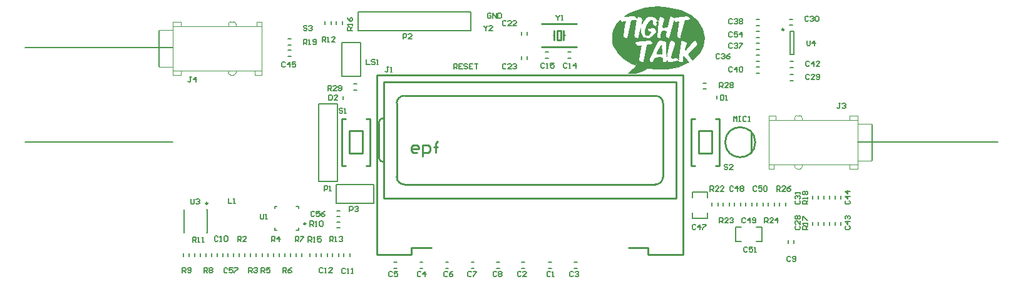
<source format=gto>
%FSLAX25Y25*%
%MOIN*%
G70*
G01*
G75*
G04 Layer_Color=65535*
%ADD10R,0.08661X0.05906*%
%ADD11O,0.00984X0.03347*%
%ADD12O,0.03150X0.01181*%
%ADD13O,0.01181X0.03150*%
%ADD14R,0.06299X0.06299*%
%ADD15R,0.03937X0.03543*%
%ADD16C,0.03000*%
G04:AMPARAMS|DCode=17|XSize=236.22mil|YSize=98.43mil|CornerRadius=24.61mil|HoleSize=0mil|Usage=FLASHONLY|Rotation=0.000|XOffset=0mil|YOffset=0mil|HoleType=Round|Shape=RoundedRectangle|*
%AMROUNDEDRECTD17*
21,1,0.23622,0.04921,0,0,0.0*
21,1,0.18701,0.09843,0,0,0.0*
1,1,0.04921,0.09350,-0.02461*
1,1,0.04921,-0.09350,-0.02461*
1,1,0.04921,-0.09350,0.02461*
1,1,0.04921,0.09350,0.02461*
%
%ADD17ROUNDEDRECTD17*%
G04:AMPARAMS|DCode=18|XSize=98.43mil|YSize=39.37mil|CornerRadius=9.84mil|HoleSize=0mil|Usage=FLASHONLY|Rotation=0.000|XOffset=0mil|YOffset=0mil|HoleType=Round|Shape=RoundedRectangle|*
%AMROUNDEDRECTD18*
21,1,0.09843,0.01969,0,0,0.0*
21,1,0.07874,0.03937,0,0,0.0*
1,1,0.01969,0.03937,-0.00984*
1,1,0.01969,-0.03937,-0.00984*
1,1,0.01969,-0.03937,0.00984*
1,1,0.01969,0.03937,0.00984*
%
%ADD18ROUNDEDRECTD18*%
G04:AMPARAMS|DCode=19|XSize=78.74mil|YSize=94.49mil|CornerRadius=19.69mil|HoleSize=0mil|Usage=FLASHONLY|Rotation=180.000|XOffset=0mil|YOffset=0mil|HoleType=Round|Shape=RoundedRectangle|*
%AMROUNDEDRECTD19*
21,1,0.07874,0.05512,0,0,180.0*
21,1,0.03937,0.09449,0,0,180.0*
1,1,0.03937,-0.01969,0.02756*
1,1,0.03937,0.01969,0.02756*
1,1,0.03937,0.01969,-0.02756*
1,1,0.03937,-0.01969,-0.02756*
%
%ADD19ROUNDEDRECTD19*%
%ADD20R,0.03543X0.03937*%
%ADD21R,0.03150X0.06693*%
%ADD22R,0.03150X0.04331*%
%ADD23R,0.09000X0.09000*%
%ADD24R,0.04331X0.05906*%
%ADD25R,0.05906X0.04331*%
G04:AMPARAMS|DCode=26|XSize=51.18mil|YSize=64.96mil|CornerRadius=12.8mil|HoleSize=0mil|Usage=FLASHONLY|Rotation=0.000|XOffset=0mil|YOffset=0mil|HoleType=Round|Shape=RoundedRectangle|*
%AMROUNDEDRECTD26*
21,1,0.05118,0.03937,0,0,0.0*
21,1,0.02559,0.06496,0,0,0.0*
1,1,0.02559,0.01280,-0.01969*
1,1,0.02559,-0.01280,-0.01969*
1,1,0.02559,-0.01280,0.01969*
1,1,0.02559,0.01280,0.01969*
%
%ADD26ROUNDEDRECTD26*%
G04:AMPARAMS|DCode=27|XSize=31.5mil|YSize=106.3mil|CornerRadius=7.87mil|HoleSize=0mil|Usage=FLASHONLY|Rotation=180.000|XOffset=0mil|YOffset=0mil|HoleType=Round|Shape=RoundedRectangle|*
%AMROUNDEDRECTD27*
21,1,0.03150,0.09055,0,0,180.0*
21,1,0.01575,0.10630,0,0,180.0*
1,1,0.01575,-0.00787,0.04528*
1,1,0.01575,0.00787,0.04528*
1,1,0.01575,0.00787,-0.04528*
1,1,0.01575,-0.00787,-0.04528*
%
%ADD27ROUNDEDRECTD27*%
G04:AMPARAMS|DCode=28|XSize=25.59mil|YSize=43.31mil|CornerRadius=6.4mil|HoleSize=0mil|Usage=FLASHONLY|Rotation=90.000|XOffset=0mil|YOffset=0mil|HoleType=Round|Shape=RoundedRectangle|*
%AMROUNDEDRECTD28*
21,1,0.02559,0.03051,0,0,90.0*
21,1,0.01280,0.04331,0,0,90.0*
1,1,0.01280,0.01526,0.00640*
1,1,0.01280,0.01526,-0.00640*
1,1,0.01280,-0.01526,-0.00640*
1,1,0.01280,-0.01526,0.00640*
%
%ADD28ROUNDEDRECTD28*%
%ADD29C,0.01181*%
%ADD30C,0.01969*%
%ADD31C,0.01000*%
%ADD32C,0.03937*%
%ADD33C,0.03902*%
%ADD34C,0.02953*%
%ADD35C,0.03543*%
G04:AMPARAMS|DCode=36|XSize=86.61mil|YSize=59.06mil|CornerRadius=0mil|HoleSize=0mil|Usage=FLASHONLY|Rotation=0.000|XOffset=0mil|YOffset=0mil|HoleType=Round|Shape=Octagon|*
%AMOCTAGOND36*
4,1,8,0.04331,-0.01476,0.04331,0.01476,0.02854,0.02953,-0.02854,0.02953,-0.04331,0.01476,-0.04331,-0.01476,-0.02854,-0.02953,0.02854,-0.02953,0.04331,-0.01476,0.0*
%
%ADD36OCTAGOND36*%

%ADD37P,0.05114X8X22.5*%
%ADD38C,0.13780*%
%ADD39C,0.05906*%
%ADD40R,0.05906X0.05906*%
%ADD41P,0.04261X8X22.5*%
%ADD42C,0.03937*%
%ADD43R,0.05906X0.05906*%
%ADD44C,0.01969*%
%ADD45C,0.02362*%
%ADD46C,0.04724*%
%ADD47C,0.04000*%
%ADD48C,0.07902*%
%ADD49C,0.06953*%
%ADD50C,0.07543*%
%ADD51O,0.10693X0.07150*%
%ADD52C,0.06362*%
%ADD53C,0.13843*%
%ADD54C,0.05181*%
%ADD55C,0.03098*%
%ADD56R,0.10630X0.07874*%
%ADD57R,0.05709X0.07874*%
%ADD58R,0.03150X0.05906*%
%ADD59O,0.01181X0.07087*%
%ADD60O,0.07087X0.01181*%
G04:AMPARAMS|DCode=61|XSize=50mil|YSize=70mil|CornerRadius=12.5mil|HoleSize=0mil|Usage=FLASHONLY|Rotation=90.000|XOffset=0mil|YOffset=0mil|HoleType=Round|Shape=RoundedRectangle|*
%AMROUNDEDRECTD61*
21,1,0.05000,0.04500,0,0,90.0*
21,1,0.02500,0.07000,0,0,90.0*
1,1,0.02500,0.02250,0.01250*
1,1,0.02500,0.02250,-0.01250*
1,1,0.02500,-0.02250,-0.01250*
1,1,0.02500,-0.02250,0.01250*
%
%ADD61ROUNDEDRECTD61*%
%ADD62C,0.00984*%
%ADD63C,0.00394*%
%ADD64C,0.00787*%
G36*
X260473Y47475D02*
X260473D01*
X260441Y47396D01*
X260440Y47396D01*
X260441Y47398D01*
X260473Y47475D01*
X260473Y47475D01*
X260473Y47479D01*
X260475D01*
X260473Y47475D01*
D02*
G37*
G36*
X260141Y51710D02*
X260139Y51707D01*
X260221Y51658D01*
X260263Y51641D01*
X260300Y51552D01*
X260299Y51552D01*
X260351Y51398D01*
X260371Y51350D01*
X260375Y51350D01*
X260508Y48289D01*
X260473Y47479D01*
X260459D01*
X260440Y47396D01*
X260326Y47142D01*
X260297Y47072D01*
X260194Y47029D01*
X260194Y47032D01*
X259950Y46968D01*
X259901Y46948D01*
Y46964D01*
X257890Y46948D01*
X257869Y46957D01*
X257870Y46965D01*
X257747Y46969D01*
X257615Y47023D01*
X257595Y47074D01*
X257596Y47074D01*
X257557Y47139D01*
X257515Y47240D01*
X257520Y47254D01*
X257531Y47253D01*
X257528Y47367D01*
X257554Y47429D01*
X257554D01*
X257706Y47797D01*
X257706D01*
X257713Y47814D01*
X257714Y47814D01*
X257714Y47814D01*
X259614Y51429D01*
X259638Y51487D01*
X259655Y51494D01*
X259662Y51487D01*
X259662Y51487D01*
X259897Y51699D01*
X259904Y51692D01*
X259897Y51699D01*
X259898Y51700D01*
X259897Y51699D01*
X259897Y51699D01*
X259897Y51699D01*
X259897Y51699D01*
X259897Y51699D01*
D01*
X260032Y51755D01*
X260141Y51710D01*
D02*
G37*
G36*
X261377Y72175D02*
X263822Y71812D01*
X263830Y71805D01*
X263830Y71805D01*
X263830Y71805D01*
X263837Y71799D01*
X263837Y71799D01*
X270645Y70347D01*
X270689Y70329D01*
Y70329D01*
D01*
X270689Y70328D01*
X270689Y70328D01*
X275992Y67754D01*
X276036Y67736D01*
X276039Y67722D01*
Y67722D01*
X279778Y64364D01*
Y64364D01*
X279778D01*
X279845Y64304D01*
X279846Y64303D01*
D01*
X279846Y64303D01*
D01*
D01*
X279875Y64283D01*
X279886Y64256D01*
X279885Y64255D01*
X282207Y60264D01*
X282229Y60211D01*
X282229Y60201D01*
D01*
X282229D01*
X282229Y60201D01*
X282229Y60201D01*
X282229Y60201D01*
X282229Y60201D01*
D01*
X282229D01*
Y60201D01*
X283072Y55931D01*
X283072Y55910D01*
D01*
Y55910D01*
D01*
X283072Y55909D01*
X283072Y55909D01*
X283072D01*
Y55909D01*
Y55909D01*
Y55909D01*
X283073Y55844D01*
X283073Y55844D01*
X283073D01*
X283073D01*
X283073Y55844D01*
X283073Y55843D01*
X283067Y55801D01*
X283067Y55801D01*
X283067D01*
X282453Y51527D01*
X282453Y51527D01*
D01*
D01*
D01*
D01*
D01*
X282447Y51526D01*
X282447D01*
D01*
D01*
Y51526D01*
D01*
D01*
D01*
X282447Y51511D01*
X282427Y51464D01*
X282426Y51464D01*
D01*
D01*
X282426Y51464D01*
X282426D01*
X280339Y47397D01*
X280339D01*
X280335Y47391D01*
X280334Y47390D01*
X280334D01*
X280334Y47390D01*
X280334Y47389D01*
X280334Y47390D01*
Y47389D01*
X280302Y47346D01*
X277976Y45001D01*
X276588Y43915D01*
X276382Y43927D01*
X274403Y46439D01*
D01*
X274406Y46443D01*
X274408Y46445D01*
D01*
D01*
D01*
X274408Y46445D01*
X274408D01*
Y46445D01*
Y46445D01*
D01*
X274403Y46450D01*
Y46450D01*
X274394Y46459D01*
X274380Y46492D01*
X274273Y46757D01*
Y46757D01*
Y46757D01*
X274451Y47157D01*
X274455Y47161D01*
X274481Y47173D01*
D01*
D01*
X274481Y47173D01*
X274481Y47173D01*
D01*
D01*
D01*
X274482Y47174D01*
D01*
D01*
D01*
X274875Y47530D01*
X275077Y47714D01*
D01*
X275077Y47714D01*
X275077D01*
X275077Y47714D01*
D01*
D01*
X275077Y47714D01*
D01*
D01*
D01*
X276317Y48838D01*
X278429Y51168D01*
X278941Y51858D01*
X278935Y51863D01*
X279138Y52395D01*
X279051Y52832D01*
X278676Y53517D01*
X278265Y54068D01*
X277849Y54181D01*
X277501Y53951D01*
X275550Y51726D01*
D01*
X275550Y51726D01*
X273323Y49187D01*
D01*
X273323D01*
D01*
D01*
D01*
X273323D01*
Y49187D01*
X273131Y48956D01*
D01*
X273131Y48956D01*
X272907Y49015D01*
X272749Y49091D01*
X272664Y49176D01*
X272627Y49242D01*
X272630Y49247D01*
X272630Y49247D01*
X272665Y49556D01*
X272674Y49578D01*
X272676Y49577D01*
X273004Y50889D01*
X273004Y50889D01*
D01*
Y50889D01*
D01*
D01*
Y50889D01*
X273006Y50892D01*
X273457Y52516D01*
X273526Y52898D01*
X273399Y53088D01*
X272653Y53529D01*
X271497Y54073D01*
X271124Y54168D01*
Y54168D01*
X271124D01*
D01*
D01*
X271124D01*
D01*
Y54168D01*
Y54168D01*
X271064Y54183D01*
D01*
X270954Y54211D01*
X270954Y54211D01*
X270855Y54150D01*
X270712Y53956D01*
X270712Y53955D01*
X270702Y53904D01*
X270701Y53901D01*
X270701Y53901D01*
D01*
D01*
Y53901D01*
D01*
D01*
X270701D01*
X269922Y49986D01*
X269426Y45789D01*
X269372Y44432D01*
X269372Y44432D01*
Y44432D01*
Y44432D01*
X269372Y44432D01*
X269372D01*
X269357Y44314D01*
X269144Y44188D01*
X268660Y44316D01*
X268394Y44781D01*
X268305Y44879D01*
X268187Y44886D01*
X267360Y44801D01*
X267360Y44801D01*
X267360Y44801D01*
X267355Y44800D01*
X267355Y44800D01*
X266090Y44682D01*
X265958Y44682D01*
Y44682D01*
X265953Y44682D01*
X265953Y44682D01*
X265953Y44682D01*
X265717Y44658D01*
X265334Y44979D01*
X265291Y45501D01*
X265286Y45514D01*
X265307Y45566D01*
X265309Y45566D01*
X265666Y46885D01*
Y46885D01*
Y46885D01*
X265666Y46885D01*
D01*
X265666D01*
X265668Y46887D01*
X265668Y46887D01*
X266296Y49016D01*
X266296D01*
X266296Y49017D01*
X266804Y50747D01*
X267177Y52095D01*
X267252Y53054D01*
X266982Y53413D01*
X266226Y53776D01*
X265405Y54093D01*
D01*
D01*
Y54093D01*
D01*
D01*
D01*
D01*
Y54093D01*
D01*
D01*
D01*
D01*
D01*
D01*
X265402Y54094D01*
D01*
X265401D01*
D01*
X265401Y54094D01*
D01*
D01*
D01*
D01*
D01*
D01*
D01*
D01*
X265401D01*
Y54094D01*
D01*
D01*
X265401Y54094D01*
X265401Y54094D01*
X265119Y54190D01*
X264976Y54159D01*
X264646Y53609D01*
X264152Y51697D01*
X263213Y46977D01*
X263108Y46722D01*
X262618Y46822D01*
X262666Y52926D01*
X262587Y53534D01*
X262315Y53740D01*
X261186Y53971D01*
X259542Y54203D01*
X258731Y54134D01*
X258202Y53532D01*
X256701Y50725D01*
X254462Y45783D01*
X253720Y43811D01*
X253722Y43810D01*
X253628Y43314D01*
X253663Y43242D01*
X253781Y43171D01*
X255051Y42753D01*
X255347Y42697D01*
X255505Y42883D01*
X255875Y43658D01*
X255875Y43658D01*
X255875Y43658D01*
X255876Y43660D01*
X256332Y44603D01*
X256346Y44636D01*
X256381Y44667D01*
D01*
X256635Y44903D01*
X256700Y44929D01*
X256700D01*
X256700Y44929D01*
X256700Y44929D01*
X256921Y45017D01*
X256970Y45030D01*
X259718Y45359D01*
X259887Y45329D01*
D01*
D01*
D01*
D01*
X259887D01*
X259887Y45329D01*
X259956Y45322D01*
D01*
D01*
Y45322D01*
X260365Y45211D01*
X260366Y45210D01*
Y45210D01*
X260366Y45210D01*
X260366D01*
X260496Y45092D01*
Y45092D01*
X260496D01*
X260496Y45092D01*
D01*
X260497Y45092D01*
X260497Y45092D01*
D01*
X260497Y45092D01*
D01*
D01*
X260497Y45092D01*
X260497Y45091D01*
X260498Y45091D01*
X260498Y45091D01*
D01*
Y45091D01*
X260498Y45091D01*
X260607Y44815D01*
D01*
X260607Y44815D01*
D01*
D01*
D01*
D01*
X260622Y44743D01*
D01*
D01*
Y44743D01*
X260622D01*
X260642Y44131D01*
X260631Y43976D01*
D01*
D01*
D01*
Y43976D01*
D01*
D01*
Y43976D01*
X260631Y43975D01*
X260631Y43955D01*
X260622Y42982D01*
D01*
X260622Y42982D01*
X260622Y42982D01*
X260703Y42726D01*
X260902Y42663D01*
X261594Y42656D01*
X262373Y42663D01*
X262523Y42730D01*
X262573Y42940D01*
X262579Y43259D01*
X262997Y43533D01*
X263116Y43484D01*
X263285Y43161D01*
X264037Y42693D01*
X265281Y42777D01*
X267019Y43085D01*
X267019Y43083D01*
X267019Y43083D01*
X267025Y43080D01*
Y43080D01*
D01*
X267025Y43080D01*
X267026Y43080D01*
X267026D01*
D01*
D01*
Y43080D01*
Y43080D01*
D01*
X268789Y43343D01*
X268791Y43344D01*
X268792Y43344D01*
Y43344D01*
X268794Y43345D01*
X268794Y43344D01*
X269129Y43396D01*
X269433Y43206D01*
X269434Y43205D01*
X269434Y43205D01*
D01*
D01*
D01*
D01*
X269434Y43204D01*
X269434Y43204D01*
D01*
X269434Y43204D01*
D01*
D01*
X269434D01*
D01*
D01*
X269434D01*
X269434Y43204D01*
X269466Y43122D01*
X269694Y42841D01*
X270547Y42759D01*
X271417Y42777D01*
X271429Y42784D01*
X271449Y42820D01*
X271478Y43206D01*
X271577Y45552D01*
X271595Y45594D01*
X271597Y45594D01*
X271621Y45687D01*
X271828Y45789D01*
D01*
X272331Y45700D01*
X272367Y45671D01*
X272367Y45671D01*
X272379Y45670D01*
X273976Y43754D01*
X274333Y43302D01*
X274555Y42767D01*
X274362Y42306D01*
X268877Y40066D01*
X268877Y40066D01*
X268877Y40066D01*
X268841Y40051D01*
X268836Y40054D01*
X268836Y40054D01*
X263197Y39063D01*
X263178Y39055D01*
X263164Y39065D01*
Y39065D01*
X257062Y38980D01*
X257062Y38980D01*
X257062Y38980D01*
X257045Y38985D01*
X257046Y38995D01*
X253418Y39243D01*
D01*
Y39243D01*
D01*
X253418Y39244D01*
X253414Y39252D01*
X253410Y39253D01*
X253410Y39253D01*
X253410D01*
D01*
D01*
D01*
X253316Y39261D01*
X252848Y39305D01*
D01*
D01*
D01*
D01*
X252848D01*
D01*
X252457Y39146D01*
X250787Y38123D01*
X248499Y37175D01*
X246092Y36597D01*
X243623Y36403D01*
X243011Y36451D01*
X242561Y36637D01*
X242446Y36915D01*
X242414Y37168D01*
X245004Y39109D01*
X246178Y40525D01*
X246308Y40733D01*
X246292Y40919D01*
X246292Y40919D01*
X246318Y40981D01*
D01*
X246336Y41025D01*
X246345Y41034D01*
D01*
D01*
Y41034D01*
X246350Y41041D01*
Y41041D01*
X246357Y41052D01*
X246362Y41058D01*
D01*
D01*
X246362D01*
X246363Y41060D01*
X246363Y41060D01*
X246364Y41060D01*
X246371Y41071D01*
X246391Y41098D01*
D01*
X246397Y41108D01*
X247975Y43327D01*
D01*
X247975D01*
D01*
D01*
X247990Y43336D01*
X248100Y43400D01*
D01*
X248140Y43424D01*
X248251Y43374D01*
X248251D01*
Y43374D01*
D01*
X248758Y43035D01*
X248758Y43035D01*
X249893Y42692D01*
X250312Y42734D01*
X250443Y43044D01*
X251098Y46338D01*
X252335Y51701D01*
X252335Y51701D01*
D01*
X252335D01*
Y51701D01*
X252335D01*
D01*
D01*
D01*
D01*
X252335D01*
D01*
Y51701D01*
X252668Y52122D01*
X252670Y52121D01*
X252670Y52121D01*
X252943Y52187D01*
X252968Y52198D01*
X252979Y52190D01*
X252979Y52190D01*
X252980Y52190D01*
X252980Y52190D01*
X253886Y52238D01*
X254982Y52321D01*
X254982Y52321D01*
X254982Y52321D01*
X254982Y52321D01*
Y52321D01*
X254982Y52321D01*
X255245Y52341D01*
X255245Y52341D01*
X255357Y52393D01*
X255368Y52412D01*
X255368Y52412D01*
X255257Y52738D01*
X255257Y52738D01*
X255257D01*
D01*
D01*
X255257D01*
X255242Y52783D01*
X254799Y53430D01*
D01*
X254799Y53430D01*
D01*
D01*
D01*
X254799Y53431D01*
X254799Y53431D01*
X254798Y53432D01*
X254797Y53433D01*
X254797Y53434D01*
X254797D01*
D01*
X254797Y53434D01*
X254797D01*
X254797D01*
X254797D01*
X254797D01*
X254797D01*
X254797Y53433D01*
X254431Y53927D01*
X254219Y54063D01*
X253910Y54151D01*
X250294Y53994D01*
X246661Y53515D01*
X246302Y53436D01*
X246302D01*
X246302Y53436D01*
X246302Y53436D01*
Y53436D01*
X246302Y53436D01*
X246145Y53401D01*
X246064Y53342D01*
X245989Y53307D01*
X245966Y53269D01*
X245965Y53269D01*
X246057Y53000D01*
X246057Y53000D01*
X246057D01*
D01*
D01*
X246057D01*
X246098Y52879D01*
X247113Y51410D01*
X247365Y51296D01*
X247763Y51336D01*
X248774Y51534D01*
X248794Y51543D01*
X248808Y51534D01*
Y51534D01*
X249080Y51552D01*
X249377Y51242D01*
X249407Y51078D01*
X249407Y51081D01*
X249400Y51053D01*
X249400D01*
X249252Y50384D01*
X249251Y50384D01*
X249252D01*
X248691Y47857D01*
X248150Y43747D01*
D01*
X248150Y43747D01*
X248150Y43747D01*
X248150D01*
Y43747D01*
X248149Y43723D01*
X248141Y43636D01*
X248141Y43636D01*
X248141D01*
X248117Y43607D01*
D01*
X248078Y43560D01*
X248065Y43543D01*
X248037Y43508D01*
D01*
X248037D01*
Y43508D01*
D01*
X247945Y43396D01*
X247945D01*
D01*
Y43396D01*
D01*
X247923Y43369D01*
X247923D01*
D01*
D01*
Y43369D01*
D01*
X246230Y41295D01*
X246198Y41256D01*
D01*
X246186Y41241D01*
X246168Y41220D01*
X246168Y41220D01*
D01*
X246168Y41220D01*
X246158Y41207D01*
X246158D01*
D01*
D01*
X246158Y41207D01*
D01*
D01*
X246157Y41206D01*
X246147Y41196D01*
X246110Y41161D01*
D01*
X246110Y41161D01*
D01*
D01*
Y41161D01*
D01*
X246003Y41116D01*
X246001Y41118D01*
X245942Y41142D01*
X245941Y41142D01*
X245941Y41142D01*
X244575Y41606D01*
X242267Y42744D01*
X240128Y44173D01*
X238194Y45870D01*
X236497Y47804D01*
X235068Y49944D01*
X234479Y51136D01*
X234480Y51136D01*
X234480D01*
D01*
D01*
D01*
Y51136D01*
D01*
D01*
D01*
X234479Y51137D01*
X234470Y51160D01*
D01*
X234470Y51161D01*
X234470D01*
X234470Y51161D01*
Y51161D01*
X234469Y51161D01*
D01*
D01*
X234469Y51161D01*
X234410Y51220D01*
X234393Y51261D01*
X233901Y53310D01*
X233736Y55410D01*
X233901Y57510D01*
X234393Y59559D01*
X235199Y61505D01*
X236300Y63302D01*
X237668Y64904D01*
X237832Y65043D01*
X238324Y64953D01*
X238665Y64328D01*
X238841Y64210D01*
X239085Y64220D01*
X239706Y64355D01*
X239706Y64355D01*
X240428Y64517D01*
X240428Y64517D01*
D01*
D01*
X240428Y64517D01*
D01*
D01*
D01*
D01*
X240428D01*
X240428Y64517D01*
X240428Y64518D01*
D01*
X240428Y64518D01*
D01*
Y64518D01*
X240428D01*
D01*
D01*
D01*
D01*
D01*
D01*
D01*
D01*
D01*
D01*
Y64518D01*
X240450Y64526D01*
X240462Y64519D01*
X240462Y64519D01*
X240653Y64535D01*
X240901Y64320D01*
X241004Y64179D01*
X241012Y64149D01*
X241005Y64115D01*
X241005D01*
X240613Y62256D01*
X239732Y56855D01*
X239738Y56854D01*
X239744Y56305D01*
X239974Y56047D01*
X241370Y55464D01*
X241743Y55455D01*
X241904Y55764D01*
X242123Y56735D01*
X242124Y56735D01*
X242124Y56736D01*
X242609Y58912D01*
X242609Y58912D01*
X242609D01*
D01*
D01*
Y58912D01*
X242612Y58912D01*
X242612Y58913D01*
Y58913D01*
X243180Y61451D01*
Y61451D01*
X243180D01*
X243180Y61451D01*
X243180D01*
D01*
D01*
X243180Y61452D01*
X243180Y61452D01*
X243910Y64717D01*
X243910Y64717D01*
X243910Y64717D01*
X243908Y64721D01*
D01*
X243950Y64800D01*
X243950Y64800D01*
D01*
X244049Y64936D01*
X244371Y65059D01*
Y65059D01*
X244371Y65059D01*
Y65059D01*
X245041Y65118D01*
X245043Y65117D01*
X245043D01*
X245049Y65106D01*
X245049Y65106D01*
X245054Y65106D01*
X245054Y65106D01*
X245054Y65106D01*
X246144Y65165D01*
X246153Y65168D01*
X246194Y65148D01*
D01*
X246194Y65148D01*
D01*
Y65148D01*
D01*
D01*
D01*
X246194D01*
D01*
X246194D01*
X246195Y65148D01*
D01*
D01*
X246196Y65147D01*
X246196Y65147D01*
X246376Y65110D01*
X246377Y65109D01*
X246559Y65069D01*
Y65069D01*
X246559D01*
D01*
D01*
D01*
D01*
D01*
X246559D01*
D01*
D01*
D01*
X246559Y65069D01*
D01*
X246567Y65069D01*
X246668Y65027D01*
X246668Y65027D01*
D01*
X246691Y64971D01*
X246690Y64970D01*
X246693Y64965D01*
X246778Y64756D01*
X246776Y64741D01*
D01*
D01*
D01*
X246776D01*
X246776Y64741D01*
X246750Y64560D01*
X246654Y64074D01*
X246624Y63924D01*
X246624Y63924D01*
X246624D01*
X246171Y61651D01*
X245674Y57447D01*
X245645Y56714D01*
X245663Y56713D01*
X245781Y56093D01*
X246083Y55835D01*
X247492Y55402D01*
X247555Y55399D01*
X247595Y55433D01*
X247786Y55988D01*
X248152Y57906D01*
X248153Y57908D01*
X248438Y59414D01*
X248577Y59751D01*
X248798Y59842D01*
X249120Y59784D01*
X249163Y58421D01*
X249626Y57078D01*
X250359Y56183D01*
X251159Y55721D01*
X253724Y55515D01*
X255726Y56694D01*
X257071Y58830D01*
X256881Y60074D01*
X256674Y60356D01*
X256098Y60823D01*
X255413Y60888D01*
X252856Y60487D01*
X252856D01*
X252856Y60487D01*
X252856Y60487D01*
Y60487D01*
X252856Y60487D01*
X252810Y60480D01*
X252611Y60355D01*
X252523Y60299D01*
D01*
D01*
D01*
D01*
X252523D01*
Y60299D01*
D01*
D01*
X252565Y60129D01*
X252587Y60039D01*
X252646Y59952D01*
X252646D01*
X252646D01*
Y59952D01*
Y59952D01*
X252646D01*
X252981Y59459D01*
X253315Y59090D01*
X253471Y59029D01*
Y59029D01*
X253471Y59029D01*
D01*
X253795Y59008D01*
X253795Y59008D01*
X254071Y58988D01*
X254160Y58951D01*
X254161Y58946D01*
D01*
X254161Y58946D01*
X254293Y58857D01*
X254293Y58857D01*
D01*
X254364Y58451D01*
Y58451D01*
D01*
D01*
D01*
D01*
D01*
D01*
X254364Y58451D01*
X254364D01*
X254273Y58249D01*
X254227Y58018D01*
X253772Y57338D01*
X253092Y56883D01*
X252290Y56724D01*
X252152Y56751D01*
Y56769D01*
Y56769D01*
D01*
Y56769D01*
D01*
Y56769D01*
X252152D01*
D01*
D01*
X252152D01*
D01*
D01*
X252152D01*
Y56769D01*
X252141Y56772D01*
X252141Y56772D01*
X252062Y56797D01*
X252062D01*
X252062D01*
D01*
D01*
X252062Y56797D01*
D01*
D01*
X252062Y56797D01*
X252062Y56797D01*
X251912Y56888D01*
X251631Y57058D01*
X251631Y57058D01*
X251631D01*
D01*
D01*
D01*
D01*
D01*
D01*
D01*
D01*
D01*
Y57058D01*
D01*
X251631Y57060D01*
D01*
D01*
D01*
X251631Y57060D01*
D01*
D01*
D01*
D01*
D01*
D01*
D01*
D01*
D01*
Y57060D01*
D01*
D01*
D01*
D01*
X251631D01*
D01*
D01*
X251631D01*
X251620Y57064D01*
X251620Y57064D01*
X251601Y57070D01*
X251583Y57077D01*
X251556Y57144D01*
X251556Y57144D01*
X251312Y57653D01*
X251291Y57703D01*
X251293Y57747D01*
X251293D01*
X251354Y59504D01*
X251376Y59557D01*
D01*
D01*
D01*
X251376Y59558D01*
D01*
D01*
D01*
D01*
D01*
Y59558D01*
D01*
D01*
D01*
Y59558D01*
D01*
D01*
X251376D01*
X252338Y62524D01*
X252359Y62574D01*
X252364Y62576D01*
X252364D01*
X253633Y64417D01*
X253667Y64450D01*
D01*
X254385Y65112D01*
X254459Y65143D01*
D01*
X254459Y65143D01*
X254459Y65143D01*
X254459Y65143D01*
X254722Y65237D01*
X254789Y65264D01*
X254847Y65240D01*
D01*
D01*
D01*
D01*
D01*
X254847D01*
D01*
D01*
D01*
D01*
X254847D01*
X254847Y65240D01*
D01*
D01*
D01*
X254847Y65240D01*
X254848Y65239D01*
X254848D01*
D01*
D01*
D01*
D01*
X254848D01*
X254849Y65239D01*
X254849Y65239D01*
D01*
X254849D01*
D01*
D01*
X254849D01*
D01*
X254849D01*
D01*
D01*
D01*
D01*
D01*
D01*
D01*
Y65239D01*
D01*
D01*
D01*
D01*
X255043Y65179D01*
Y65179D01*
X255043Y65179D01*
X255043Y65179D01*
X255044Y65178D01*
Y65178D01*
X255163Y65075D01*
D01*
X255320Y64753D01*
X255339Y64707D01*
X255340Y64679D01*
X255339D01*
X255340Y64679D01*
D01*
D01*
X255339Y64679D01*
Y64679D01*
X255340Y64679D01*
X255340Y64678D01*
Y64678D01*
X255352Y64484D01*
Y64483D01*
D01*
D01*
D01*
D01*
X255449Y63033D01*
X255599Y62650D01*
X255738Y62467D01*
X256175Y62197D01*
X256838Y61893D01*
X257156Y61830D01*
X257321Y61924D01*
X257564Y62906D01*
X257284Y64099D01*
X257596Y64490D01*
X257620Y64490D01*
D01*
X257624Y64490D01*
D01*
X257755Y64489D01*
D01*
D01*
D01*
D01*
Y64489D01*
X257966Y64487D01*
X258316Y64130D01*
X258316Y64156D01*
X258295Y61779D01*
X257784Y56040D01*
X258073Y55842D01*
X258959Y55474D01*
Y55474D01*
D01*
D01*
X258959Y55474D01*
D01*
X259158Y55392D01*
X259158Y55392D01*
X259273Y55381D01*
X259326Y55417D01*
X259327Y55417D01*
X259413Y55684D01*
X259413Y55684D01*
X259413D01*
X259413Y55684D01*
X259413Y55684D01*
Y55684D01*
X259503Y55964D01*
X259680Y57186D01*
X259680D01*
X259680Y57186D01*
X259688Y57208D01*
D01*
D01*
D01*
D01*
D01*
X259688D01*
Y57208D01*
Y57208D01*
X259688D01*
D01*
D01*
Y57208D01*
D01*
X259688Y57209D01*
D01*
D01*
D01*
Y57209D01*
X259688Y57209D01*
Y57209D01*
X259688Y57209D01*
D01*
D01*
D01*
X259688Y57209D01*
Y57209D01*
X259688Y57209D01*
X259690Y57224D01*
X259692Y57233D01*
X259692Y57233D01*
X259692D01*
X259916Y58551D01*
D01*
D01*
D01*
D01*
D01*
D01*
X259916D01*
X259921Y58552D01*
D01*
D01*
Y58552D01*
X259921Y58552D01*
X259921Y58552D01*
Y58552D01*
D01*
Y58552D01*
X259934Y58596D01*
X259934Y58596D01*
X259934Y58596D01*
X259934Y58596D01*
X260132Y59056D01*
X260162Y59129D01*
X260245Y59163D01*
X260245Y59163D01*
X260245Y59163D01*
X260245Y59163D01*
X260245Y59163D01*
X260246Y59163D01*
D01*
D01*
D01*
D01*
X260246Y59163D01*
X260247Y59163D01*
Y59163D01*
Y59163D01*
D01*
D01*
D01*
Y59163D01*
D01*
D01*
X260591Y59290D01*
X260592Y59290D01*
X260592D01*
D01*
D01*
Y59290D01*
D01*
D01*
D01*
D01*
X260592D01*
X260592Y59290D01*
X260592D01*
D01*
D01*
D01*
X260592Y59290D01*
X260592D01*
D01*
D01*
X260593Y59291D01*
D01*
D01*
D01*
Y59291D01*
D01*
D01*
D01*
D01*
Y59291D01*
X260593Y59291D01*
X260593Y59291D01*
X260593Y59291D01*
X260641Y59311D01*
X260654Y59303D01*
D01*
D01*
X260654Y59303D01*
Y59303D01*
X261371Y59325D01*
D01*
D01*
D01*
D01*
X261862Y59339D01*
X261862D01*
X262140Y59346D01*
X262142Y59347D01*
X262214Y59317D01*
Y59317D01*
X262214Y59317D01*
X262214Y59317D01*
X262517Y59201D01*
X262616Y58972D01*
X262700Y58729D01*
X262700Y58718D01*
Y58718D01*
X262700D01*
D01*
D01*
D01*
D01*
X262700Y58718D01*
X262700Y58717D01*
X262697Y58701D01*
X262680Y58614D01*
X262548Y57914D01*
X262547Y57912D01*
X262547D01*
D01*
Y57912D01*
Y57912D01*
D01*
D01*
X262547D01*
X262547Y57912D01*
X262326Y56736D01*
X262313Y56315D01*
X262524Y56097D01*
X263185Y55794D01*
X263940Y55551D01*
X264039Y55530D01*
X264071Y55544D01*
X264288Y55921D01*
X266184Y62853D01*
X266624Y63915D01*
X267143Y64130D01*
X267213Y64146D01*
D01*
X267216Y64146D01*
D01*
D01*
X267216D01*
Y64146D01*
Y64146D01*
X267355Y64138D01*
X268019Y64262D01*
X268019D01*
X268978Y64455D01*
D01*
D01*
D01*
X268978D01*
Y64455D01*
D01*
D01*
D01*
D01*
D01*
D01*
X268995Y64453D01*
X269070Y64434D01*
X269441Y64223D01*
X269441D01*
X269441Y64223D01*
X269479Y63908D01*
X269479Y63908D01*
X269479Y63908D01*
X269479Y63907D01*
X269479Y63907D01*
X269473Y63843D01*
X269337Y63157D01*
X269337Y63157D01*
D01*
X268951Y61216D01*
X268450Y56982D01*
X268426Y56390D01*
X268448Y56389D01*
X268587Y55935D01*
X268935Y55670D01*
X269961Y55374D01*
X269967Y55372D01*
X269967Y55372D01*
X269967Y55372D01*
X269967Y55372D01*
X269967Y55372D01*
X269969Y55371D01*
X269969Y55371D01*
X270079Y55335D01*
X270102Y55345D01*
D01*
D01*
X270102D01*
X270102Y55345D01*
X270102D01*
X270102Y55345D01*
X270203Y55609D01*
X270203Y55609D01*
X270277Y55803D01*
X270381Y56363D01*
X272149Y63725D01*
X272387Y64530D01*
X272415Y64523D01*
X272431Y64562D01*
X272432Y64563D01*
X272432D01*
X272603Y64884D01*
X272714Y64979D01*
X272714D01*
D01*
D01*
D01*
X272714Y64979D01*
X272971Y65068D01*
X273007Y65083D01*
X273017Y65077D01*
X273016Y65077D01*
X273847Y65168D01*
X275081Y65333D01*
X275157Y65372D01*
X275157D01*
X275157Y65372D01*
X275157Y65372D01*
X275157D01*
D01*
X275422Y65506D01*
X275422Y65506D01*
X275428Y65561D01*
X275339Y65771D01*
X275339Y65771D01*
X275280Y65856D01*
D01*
D01*
Y65856D01*
Y65856D01*
X275280D01*
X274916Y66388D01*
X274566Y66793D01*
X274211Y66997D01*
X273782Y67028D01*
X268340Y66582D01*
X267529Y66489D01*
X267532Y66458D01*
X267525Y66452D01*
X267392Y66397D01*
X267345Y66318D01*
X267166Y66185D01*
X267126Y66176D01*
X267126D01*
Y66176D01*
D01*
D01*
D01*
X267045Y66164D01*
X266957Y66200D01*
X266957Y66201D01*
Y66202D01*
X266956Y66202D01*
X266956Y66202D01*
X265557Y66953D01*
X265084Y67130D01*
Y67130D01*
X265084D01*
D01*
D01*
X265084D01*
D01*
Y67130D01*
Y67130D01*
X265007Y67158D01*
Y67158D01*
X264896Y67200D01*
X264896Y67200D01*
X264774Y67146D01*
X264650Y66943D01*
X264650Y66943D01*
X264638Y66902D01*
X264638Y66902D01*
D01*
D01*
X264638D01*
X264638Y66902D01*
X264638D01*
D01*
X264097Y64926D01*
X263282Y61592D01*
X263283Y61594D01*
X263280Y61591D01*
X263280Y61591D01*
X263250Y61525D01*
X263250D01*
X263250Y61525D01*
D01*
X263084Y61285D01*
X263000Y61216D01*
D01*
D01*
Y61216D01*
D01*
X262869Y61158D01*
X262810Y61134D01*
X262797Y61142D01*
Y61142D01*
X262797Y61142D01*
X262193Y61117D01*
X261291Y61062D01*
X261093Y61063D01*
Y61063D01*
X260966Y61053D01*
X260605Y61398D01*
X260616Y61701D01*
X260616Y61701D01*
X260616Y61701D01*
X260979Y63089D01*
Y63089D01*
X261495Y65232D01*
X261558Y65721D01*
X261495Y65890D01*
X260512Y66492D01*
X259461Y66927D01*
X259459Y66923D01*
X259207Y66963D01*
X259048Y66856D01*
X258717Y65823D01*
Y65823D01*
X258624Y65074D01*
D01*
D01*
X258624Y65073D01*
X258624Y65073D01*
X258624Y65073D01*
X258624Y65073D01*
Y65073D01*
D01*
D01*
D01*
D01*
X258421Y64902D01*
X258421D01*
X258421Y64902D01*
D01*
D01*
D01*
X258403Y64901D01*
X258403Y64901D01*
X258310Y64899D01*
D01*
D01*
X258310D01*
Y64899D01*
X258309Y64899D01*
X258309Y64899D01*
Y64899D01*
X258170Y64896D01*
D01*
X257758Y64885D01*
X257627Y64940D01*
D01*
X257624Y64941D01*
Y64941D01*
X257624D01*
D01*
D01*
X257607Y64948D01*
X257603Y64956D01*
D01*
D01*
D01*
Y64956D01*
D01*
X257592Y64992D01*
X256865Y66110D01*
X256865Y66110D01*
X256376Y66486D01*
X255370Y66902D01*
X254291Y67044D01*
X253212Y66902D01*
X252207Y66486D01*
X251871Y66228D01*
X251872Y66227D01*
X250507Y64435D01*
X250022Y63402D01*
X249522Y63413D01*
X249493Y63484D01*
X249772Y65105D01*
X249695Y65813D01*
X249499Y66107D01*
X248769Y66501D01*
X247683Y66930D01*
X247566Y66942D01*
X247501Y66909D01*
X247272Y66470D01*
X247131Y66157D01*
X247085Y66152D01*
X246392Y66439D01*
X246369Y66470D01*
X246369D01*
D01*
D01*
Y66470D01*
D01*
D01*
D01*
Y66470D01*
D01*
D01*
D01*
X246368Y66477D01*
D01*
D01*
D01*
D01*
D01*
X246161Y66798D01*
X246110Y66878D01*
D01*
D01*
D01*
D01*
X246110Y66878D01*
D01*
X245709Y67027D01*
X244852Y67061D01*
X240736Y66899D01*
X240724Y66942D01*
X240667Y67422D01*
X242247Y68370D01*
X245228Y69779D01*
X248332Y70890D01*
X251530Y71691D01*
X254791Y72175D01*
X258084Y72337D01*
X261377Y72175D01*
D02*
G37*
D31*
X109488Y-7921D02*
G03*
X112244Y-10677I2756J0D01*
G01*
Y12945D02*
G03*
X109488Y10189I0J-2756D01*
G01*
X119134Y-18551D02*
G03*
X123071Y-22488I3937J0D01*
G01*
X256929D02*
G03*
X260866Y-18551I0J3937D01*
G01*
Y20819D02*
G03*
X256929Y24756I-3937J0D01*
G01*
X123071D02*
G03*
X119134Y20819I0J-3937D01*
G01*
X310000Y-0D02*
G03*
X310000Y-0I-8000J0D01*
G01*
X196248Y63244D02*
X214752D01*
X196248Y50646D02*
X214752D01*
X206500Y54445D02*
Y59445D01*
X204500Y54445D02*
X206500D01*
X204500D02*
Y59445D01*
X206500D01*
X208000Y54445D02*
Y59445D01*
X203000Y54445D02*
Y59445D01*
X208000Y56945D02*
X208500D01*
X202500D02*
X203000D01*
X276000Y-12500D02*
Y12500D01*
X291000Y-12500D02*
Y12500D01*
X289000D02*
X291000D01*
X276000D02*
X278000D01*
X276000Y-12500D02*
X278000D01*
X289000D02*
X291000D01*
X280000Y-6000D02*
Y6000D01*
X287000Y-6000D02*
Y6000D01*
X280000D02*
X287000D01*
X280000Y-6000D02*
X287000D01*
X90000Y-12500D02*
Y12500D01*
X105000Y-12500D02*
Y12500D01*
X103000D02*
X105000D01*
X90000D02*
X92000D01*
X90000Y-12500D02*
X92000D01*
X103000D02*
X105000D01*
X94000Y-6000D02*
Y6000D01*
X101000Y-6000D02*
Y6000D01*
X94000D02*
X101000D01*
X94000Y-6000D02*
X101000D01*
X242500Y-56346D02*
X252953D01*
X127047D02*
X137500D01*
X252953Y-59890D02*
X271496D01*
Y35780D01*
X108504Y-59890D02*
X127047D01*
X108504D02*
Y35780D01*
X127047Y-59890D02*
Y-56346D01*
X252953Y-59890D02*
Y-56346D01*
X108504Y35780D02*
X271496D01*
X112244Y-29772D02*
Y32039D01*
X112441Y32236D01*
X267559D01*
X267756Y32039D01*
X109488Y-7921D02*
Y10189D01*
X119134Y-18551D02*
Y20819D01*
X123071Y24756D02*
X256929D01*
X260866Y-18551D02*
Y20819D01*
X123071Y-22488D02*
X256929D01*
X112244Y-29772D02*
X267756Y-29772D01*
Y-29555D02*
Y32039D01*
X307750Y-5500D02*
Y5500D01*
X130003Y-5409D02*
X128004D01*
X127004Y-4410D01*
Y-2410D01*
X128004Y-1411D01*
X130003D01*
X131003Y-2410D01*
Y-3410D01*
X127004D01*
X133002Y-7409D02*
Y-1411D01*
X136001D01*
X137001Y-2410D01*
Y-4410D01*
X136001Y-5409D01*
X133002D01*
X140000D02*
Y-411D01*
Y-2410D01*
X139000D01*
X140999D01*
X140000D01*
Y-411D01*
X140999Y589D01*
D62*
X18398Y-32551D02*
G03*
X18398Y-32551I-492J0D01*
G01*
X70638Y-43453D02*
G03*
X70638Y-43453I-492J0D01*
G01*
X325213Y60031D02*
G03*
X325213Y60031I-492J0D01*
G01*
D63*
X33465Y62992D02*
G03*
X32283Y64173I-1181J0D01*
G01*
X30709D02*
G03*
X29528Y62992I0J-1181D01*
G01*
Y37008D02*
G03*
X30709Y35827I1181J0D01*
G01*
X32283D02*
G03*
X33465Y37008I0J1181D01*
G01*
X332217Y14173D02*
G03*
X331035Y12992I0J-1181D01*
G01*
X334972D02*
G03*
X333791Y14173I-1181J0D01*
G01*
Y-14173D02*
G03*
X334972Y-12992I0J1181D01*
G01*
X331035D02*
G03*
X332217Y-14173I1181J0D01*
G01*
X260260Y47479D02*
G03*
X260162Y51336I-43963J810D01*
G01*
X272607Y64470D02*
G03*
X270502Y55732I139233J-38175D01*
G01*
X269282Y63883D02*
G03*
X268248Y56366I53295J-11161D01*
G01*
X264461Y55849D02*
G03*
X266823Y64610I-382290J107729D01*
G01*
X261653Y66017D02*
G03*
X259510Y67115I-5890J-8845D01*
G01*
X273781Y67227D02*
G03*
X267484Y66650I28331J-343540D01*
G01*
X252529Y51657D02*
G03*
X250642Y42980I395388J-90501D01*
G01*
X249217Y51098D02*
G03*
X247988Y43762I50070J-12162D01*
G01*
X253926Y54312D02*
G03*
X246088Y53571I29J-42163D01*
G01*
X263796Y71605D02*
G03*
X240411Y67031I-5711J-32865D01*
G01*
X245743Y67211D02*
G03*
X240411Y67031I-891J-52702D01*
G01*
X257014Y66244D02*
G03*
X251732Y66370I-2723J-3369D01*
G01*
X252166Y56967D02*
G03*
X254080Y58322I124J1854D01*
G01*
X246563Y64600D02*
G03*
X245463Y56701I52856J-11383D01*
G01*
X240824Y64153D02*
G03*
X239539Y56868I172726J-34224D01*
G01*
X238085Y64975D02*
G03*
X234658Y51224I9077J-9566D01*
G01*
X234658D02*
G03*
X246003Y41331I17445J8555D01*
G01*
X242147Y36720D02*
G03*
X252357Y39338I1476J15462D01*
G01*
X274616Y42624D02*
G03*
X272217Y45542I-73824J-58276D01*
G01*
X259901Y45132D02*
G03*
X256995Y44833I4131J-54586D01*
G01*
X258039Y53646D02*
G03*
X253531Y43865I73013J-39587D01*
G01*
X264467Y53683D02*
G03*
X262808Y45784I113039J-27858D01*
G01*
X270559Y54018D02*
G03*
X269180Y44442I52528J-12452D01*
G01*
X277377Y54093D02*
G03*
X273204Y49286I150586J-134966D01*
G01*
X274601Y47032D02*
G03*
X279109Y51764I-20944J24466D01*
G01*
X-7283Y40157D02*
X0D01*
X-7283Y59842D02*
X0D01*
X-7874Y59252D02*
X-7283Y59842D01*
X-7874Y40748D02*
X-7283Y40157D01*
X0Y35827D02*
Y64173D01*
X-7283Y40157D02*
Y59842D01*
X-7874Y40748D02*
Y59252D01*
X0Y61811D02*
X47244D01*
Y35827D02*
Y64173D01*
X0Y38189D02*
X47244D01*
X33465Y61811D02*
Y62992D01*
X29528Y61811D02*
Y62992D01*
Y37008D02*
Y38189D01*
X33465Y37008D02*
Y38189D01*
X30709Y64173D02*
X32283D01*
X30709Y35827D02*
X32283D01*
X4331Y61811D02*
Y64173D01*
X0D02*
X4331D01*
Y35827D02*
Y38189D01*
X0Y35827D02*
X4331D01*
X43701D02*
Y38189D01*
Y35827D02*
X47244D01*
X44488Y61811D02*
Y64173D01*
X47244D01*
X317256Y-14173D02*
X320012D01*
Y-11811D01*
X317256Y14173D02*
X320799D01*
Y11811D02*
Y14173D01*
X360169D02*
X364500D01*
X360169Y11811D02*
Y14173D01*
Y-14173D02*
X364500D01*
X360169D02*
Y-11811D01*
X332217Y14173D02*
X333791D01*
X332217Y-14173D02*
X333791D01*
X331035Y11811D02*
Y12992D01*
X334972Y11811D02*
Y12992D01*
Y-12992D02*
Y-11811D01*
X331035Y-12992D02*
Y-11811D01*
X317256Y11811D02*
X364500D01*
X317256Y-14173D02*
Y14173D01*
Y-11811D02*
X364500D01*
X372374Y-9252D02*
Y9252D01*
X371783Y-9843D02*
Y9843D01*
X364500Y-14173D02*
Y14173D01*
X371783Y9843D02*
X372374Y9252D01*
X371783Y-9843D02*
X372374Y-9252D01*
X364500Y-9843D02*
X371783D01*
X364500Y9843D02*
X371783D01*
X257737Y47353D02*
X257890Y47721D01*
X257729Y47240D02*
X257737Y47353D01*
X257729Y47240D02*
X257767Y47175D01*
X257890Y47163D01*
X259096D01*
X259901D01*
X260145Y47224D01*
X260260Y47479D01*
X260111Y51489D02*
X260162Y51336D01*
X260032Y51540D02*
X260111Y51489D01*
X259790Y51336D02*
X260032Y51540D01*
X275514Y65867D02*
X275630Y65591D01*
X275607Y65378D02*
X275630Y65591D01*
X275141Y65141D02*
X275607Y65378D01*
X273870Y64971D02*
X275141Y65141D01*
X273036Y64880D02*
X273870Y64971D01*
X272778Y64791D02*
X273036Y64880D01*
X272607Y64470D02*
X272778Y64791D01*
X270250Y55194D02*
X270502Y55732D01*
X270090Y55123D02*
X270250Y55194D01*
X269906Y55183D02*
X270090Y55123D01*
X268416Y55816D02*
X268844Y55490D01*
X268248Y56366D02*
X268416Y55816D01*
X269244Y64201D02*
X269282Y63883D01*
X269153Y64263D02*
X269244Y64201D01*
X269016Y64260D02*
X269153Y64263D01*
X268057Y64067D02*
X269016Y64260D01*
X267368Y63939D02*
X268057Y64067D01*
X267106Y63953D02*
X267368Y63939D01*
X267040Y64012D02*
X267106Y63953D01*
X267019Y64107D02*
X267040Y64012D01*
X264213Y55391D02*
X264461Y55849D01*
X264061Y55322D02*
X264213Y55391D01*
X263889Y55360D02*
X264061Y55322D01*
X263113Y55608D02*
X263889Y55360D01*
X262407Y55933D02*
X263113Y55608D01*
X262112Y56237D02*
X262407Y55933D01*
X262112Y56237D02*
X262128Y56757D01*
X262352Y57949D01*
X262505Y58755D01*
X262469Y59007D02*
X262505Y58755D01*
X262142Y59132D02*
X262469Y59007D01*
X261366Y59127D02*
X262142Y59132D01*
X260661Y59104D02*
X261366Y59127D01*
X260314Y58977D02*
X260661Y59104D01*
X260116Y58518D02*
X260314Y58977D01*
X259883Y57174D02*
X260116Y58518D01*
X259697Y55919D02*
X259883Y57174D01*
X259494Y55291D02*
X259697Y55919D01*
X259325Y55177D02*
X259494Y55291D01*
X259110Y55197D02*
X259325Y55177D01*
X257576Y55942D02*
X257978Y55667D01*
X258523Y65867D02*
X258880Y66982D01*
X259161Y67171D01*
X259510Y67115D01*
X261653Y66017D02*
X261761Y65748D01*
X261690Y65196D02*
X261761Y65748D01*
X261172Y63040D02*
X261690Y65196D01*
X260815Y61694D02*
X261172Y63040D01*
X260801Y61335D02*
X260815Y61694D01*
X260801Y61335D02*
X260909Y61262D01*
X261094Y61261D01*
X262184Y61315D01*
X262789Y61340D01*
X262920Y61398D01*
X263087Y61638D01*
X263905Y64976D01*
X264466Y67022D01*
X264637Y67302D01*
X264890Y67414D01*
X265639Y67134D01*
X267051Y66376D01*
X267131Y66374D01*
X267155Y66386D01*
X267167Y66408D01*
X267256Y66556D01*
X267484Y66650D01*
X273781Y67227D02*
X274270Y67191D01*
X274694Y66948D01*
Y66948D02*
X275073Y66509D01*
X275514Y65867D01*
X255421Y52873D02*
X255585Y52390D01*
X255497Y52239D02*
X255585Y52390D01*
X255295Y52146D02*
X255497Y52239D01*
X253899Y52040D02*
X255295Y52146D01*
X252990Y51992D02*
X253899Y52040D01*
X252715Y51927D02*
X252990Y51992D01*
X252529Y51657D02*
X252715Y51927D01*
X249874Y42491D02*
X250445Y42548D01*
X248140Y43209D02*
X248672Y42854D01*
X249217Y51098D02*
X249234Y51254D01*
X249172Y51345D02*
X249234Y51254D01*
X248812Y51336D02*
X249172Y51345D01*
X247332Y51093D02*
X247792Y51140D01*
X246982Y51252D02*
X247332Y51093D01*
X245747Y53295D02*
X245920Y52789D01*
X245747Y53295D02*
X245853Y53462D01*
X246088Y53571D01*
X253926Y54312D02*
X254292Y54252D01*
X254569Y54074D01*
X254961Y53545D01*
X255421Y52873D01*
X276623Y43941D02*
X280163Y47488D01*
X282250Y51556D01*
X282877Y55872D01*
X282034Y60163D02*
X282877Y55872D01*
X279713Y64155D02*
X282034Y60163D01*
X275905Y67576D02*
X279713Y64155D01*
X270602Y70150D02*
X275905Y67576D01*
X263796Y71605D02*
X270602Y70150D01*
X245743Y67211D02*
X246239Y67044D01*
X246534Y66584D01*
Y66584D02*
X246829Y66174D01*
X246884Y66176D01*
X246941Y66216D01*
X247093Y66557D01*
Y66557D02*
X247355Y67057D01*
X247528Y67145D01*
X247730Y67125D01*
X248853Y66681D01*
X249637Y66259D01*
X249887Y65882D01*
X249972Y65099D01*
X249608Y62989D02*
X250336Y64539D01*
X251732Y66370D01*
X257014Y66244D02*
X257758Y65100D01*
X257493Y61794D02*
X257769Y62905D01*
X257190Y61621D02*
X257493Y61794D01*
X256776Y61703D02*
X257190Y61621D01*
X256081Y62022D02*
X256776Y61703D01*
X255603Y62318D02*
X256081Y62022D01*
X255425Y62551D02*
X255603Y62318D01*
X255253Y62989D02*
X255425Y62551D01*
X254984Y64989D02*
X255142Y64666D01*
X254789Y65050D02*
X254984Y64989D01*
X254526Y64956D02*
X254789Y65050D01*
X253800Y64302D02*
X254526Y64956D01*
X252527Y62463D02*
X253800Y64302D01*
X251565Y59496D02*
X252527Y62463D01*
X251491Y57738D02*
X251565Y59496D01*
X251491Y57738D02*
X251735Y57229D01*
X252166Y56967D01*
X254080Y58322D02*
X254187Y58540D01*
X254183Y58692D02*
X254187Y58540D01*
X254050Y58782D02*
X254183Y58692D01*
X253772Y58811D02*
X254050Y58782D01*
X253427Y58833D02*
X253772Y58811D01*
X253199Y58923D02*
X253427Y58833D01*
X252825Y59336D02*
X253199Y58923D01*
X252403Y59957D02*
X252825Y59336D01*
X252296Y60391D02*
X252403Y59957D01*
X252296Y60391D02*
X252738Y60669D01*
X255407Y61088D02*
X256176Y61015D01*
X256818Y60494D01*
X257070Y60152D02*
X257278Y58786D01*
X255868Y56547D02*
X257278Y58786D01*
X253771Y55312D02*
X255868Y56547D01*
X251099Y55527D02*
X253771Y55312D01*
X250229Y56029D02*
X251099Y55527D01*
X249450Y56980D02*
X250229Y56029D01*
X248966Y58384D02*
X249450Y56980D01*
X248892Y60725D02*
X248966Y58384D01*
X248347Y57870D02*
X248892Y60725D01*
X247978Y55937D02*
X248347Y57870D01*
X247764Y55316D02*
X247978Y55937D01*
X247622Y55197D02*
X247764Y55316D01*
X247457Y55206D02*
X247622Y55197D01*
X245599Y55988D02*
X245985Y55657D01*
X245463Y56701D02*
X245599Y55988D01*
X246563Y64600D02*
X246579Y64762D01*
X246516Y64875D02*
X246579Y64762D01*
X246153Y64954D02*
X246516Y64875D01*
X245058Y64908D02*
X246153Y64954D01*
X244383Y64861D02*
X245058Y64908D01*
X244210Y64806D02*
X244383Y64861D01*
X244104Y64675D02*
X244210Y64806D01*
X243373Y61407D02*
X244104Y64675D01*
X242805Y58869D02*
X243373Y61407D01*
X242317Y56691D02*
X242805Y58869D01*
X242092Y55695D02*
X242317Y56691D01*
X241861Y55254D02*
X242092Y55695D01*
X241328Y55266D02*
X241861Y55254D01*
X239547Y56228D02*
X239856Y55881D01*
X239539Y56868D02*
X239547Y56228D01*
X240824Y64153D02*
X240830Y64268D01*
X240773Y64334D02*
X240830Y64268D01*
X240471Y64320D02*
X240773Y64334D01*
X239748Y64162D02*
X240471Y64320D01*
X239110Y64022D02*
X239748Y64162D01*
X238784Y64009D02*
X239110Y64022D01*
X238514Y64190D02*
X238784Y64009D01*
X246507Y40919D02*
X246507Y40676D01*
X246339Y40409D02*
X246507Y40676D01*
X245142Y38965D02*
X246339Y40409D01*
X242147Y36720D02*
X245142Y38965D01*
X252357Y39338D02*
X252822Y39506D01*
X253434Y39450D01*
Y39450D02*
X257060Y39193D01*
X263162Y39263D01*
X268801Y40249D01*
X274616Y42624D01*
X271973Y45734D02*
X272217Y45542D01*
X271888Y45744D02*
X271973Y45734D01*
X271829Y45695D02*
X271888Y45744D01*
X271788Y45542D02*
X271829Y45695D01*
X271643Y42761D02*
X271676Y43194D01*
X271575Y42639D02*
X271643Y42761D01*
X271471Y42579D02*
X271575Y42639D01*
X269593Y42651D02*
X270540Y42561D01*
X269292Y43021D02*
X269593Y42651D01*
X269249Y43134D02*
X269292Y43021D01*
X269156Y43192D02*
X269249Y43134D01*
X268821Y43148D02*
X269156Y43192D01*
X267055Y42884D02*
X268821Y43148D01*
X265305Y42579D02*
X267055Y42884D01*
X263987Y42491D02*
X265305Y42579D01*
X263134Y43022D02*
X263987Y42491D01*
X262771Y43716D02*
X262780Y43405D01*
X262771Y42915D02*
X262780Y43405D01*
X262693Y42589D02*
X262771Y42915D01*
X262417Y42465D02*
X262693Y42589D01*
X261594Y42457D02*
X262417Y42465D01*
X260871D02*
X261594Y42457D01*
X260545Y42567D02*
X260871Y42465D01*
X260423Y42952D02*
X260545Y42567D01*
X260423Y42952D02*
X260433Y43978D01*
X260423Y44740D02*
X260433Y43978D01*
X260313Y45018D02*
X260423Y44740D01*
X259901Y45132D02*
X260313Y45018D01*
X256773Y44745D02*
X256995Y44833D01*
X256511Y44517D02*
X256773Y44745D01*
X256055Y43574D02*
X256511Y44517D01*
X255672Y42775D02*
X256055Y43574D01*
X255423Y42481D02*
X255672Y42775D01*
X255002Y42561D02*
X255423Y42481D01*
X253420Y43285D02*
X253531Y43865D01*
X258039Y53646D02*
X258634Y54325D01*
X259548Y54403D01*
X261220Y54167D01*
X262398Y53925D01*
X262773Y53642D01*
X262864Y52938D01*
X264467Y53683D02*
X264849Y54335D01*
X265130Y54396D01*
X265473Y54279D01*
X266304Y53958D01*
X267112Y53571D01*
X267456Y53113D01*
X267373Y52060D02*
X267456Y53113D01*
X266994Y50692D02*
X267373Y52060D01*
X266486Y48961D02*
X266994Y50692D01*
X265858Y46831D02*
X266486Y48961D01*
X265500Y45514D02*
X265858Y46831D01*
X265500Y45514D02*
X265533Y44969D01*
X265693Y44868D01*
X265948Y44880D01*
X267340Y44998D01*
X268183Y45085D01*
Y45085D02*
X268397Y45072D01*
X268556Y44899D01*
X268854Y44377D02*
X268982Y44250D01*
X269079Y44219D01*
X269145Y44283D01*
X269180Y44442D01*
X270559Y54018D02*
X270706Y54292D01*
X270922Y54423D01*
X271565Y54261D01*
X272746Y53704D01*
X273539Y53236D01*
X273735Y52941D01*
X273651Y52472D02*
X273735Y52941D01*
X273197Y50837D02*
X273651Y52472D01*
X272869Y49529D02*
X273197Y50837D01*
X272827Y49220D02*
X272869Y49529D01*
X272827Y49220D02*
X272869Y49077D01*
X272921Y49067D01*
X272994Y49099D01*
X273204Y49286D01*
X277377Y54093D02*
X277811Y54397D01*
X278383Y54242D01*
X278843Y53624D01*
X279240Y52900D01*
X279343Y52378D01*
X279109Y51764D02*
X279343Y52378D01*
X274456Y46832D02*
X274601Y47032D01*
X274456Y46832D02*
X274564Y46567D01*
X257890Y47721D02*
X259790Y51336D01*
X268844Y55490D02*
X269906Y55183D01*
X266823Y64610D02*
X267019Y64107D01*
X257978Y55667D02*
X259110Y55197D01*
X248672Y42854D02*
X249874Y42491D01*
X247792Y51140D02*
X248812Y51336D01*
X245920Y52789D02*
X246982Y51252D01*
X249608Y62989D02*
X249972Y65099D01*
X255142Y64666D02*
X255253Y62989D01*
X252738Y60669D02*
X255407Y61088D01*
X256818Y60494D02*
X257070Y60152D01*
X245985Y55657D02*
X247457Y55206D01*
X239856Y55881D02*
X241328Y55266D01*
X238085Y64975D02*
X238514Y64190D01*
X271676Y43194D02*
X271788Y45542D01*
X270540Y42561D02*
X271471Y42579D01*
X262771Y43716D02*
X263134Y43022D01*
X253698Y42989D02*
X255002Y42561D01*
X262808Y45784D02*
X262864Y52938D01*
X268556Y44899D02*
X268854Y44377D01*
X274564Y46567D02*
X276623Y43941D01*
X257576Y55942D02*
X258319Y64285D01*
X257758Y65100D02*
X258421D01*
X258523Y65867D01*
X257445Y64293D02*
X258319Y64285D01*
X257445Y64293D02*
X257769Y62905D01*
X253511Y43102D02*
X253698Y42989D01*
X253420Y43285D02*
X253511Y43102D01*
X250445Y42548D02*
X250642Y42980D01*
X246507Y40919D02*
X248140Y43209D01*
X246003Y41331D02*
X247988Y43762D01*
D64*
X18004Y-35898D02*
X18102D01*
X5898D02*
X5996D01*
X5898Y-48102D02*
Y-35898D01*
Y-48102D02*
X5996D01*
X18004D02*
X18102D01*
Y-35898D01*
X54201Y-46799D02*
X55382D01*
X54201D02*
Y-45618D01*
Y-34201D02*
X55382D01*
X54201Y-35382D02*
Y-34201D01*
X65618D02*
X66799D01*
Y-35382D02*
Y-34201D01*
X65618Y-46799D02*
X66799D01*
Y-45618D01*
X32275Y-60843D02*
Y-59268D01*
X29125Y-60843D02*
Y-59268D01*
X188575Y44213D02*
Y45787D01*
X185425Y44213D02*
Y45787D01*
X185425Y57213D02*
Y58787D01*
X188575Y57213D02*
Y58787D01*
X198213Y44870D02*
X199787D01*
X198213Y48020D02*
X199787D01*
X210213Y48020D02*
X211787D01*
X210213Y44870D02*
X211787D01*
X87213Y-36425D02*
X88787D01*
X87213Y-39575D02*
X88787D01*
X310713Y36925D02*
X312287D01*
X310713Y40075D02*
X312287D01*
X90500Y22725D02*
Y24300D01*
X289500Y23200D02*
Y24775D01*
X96213Y27925D02*
X97787D01*
X96213Y31075D02*
X97787D01*
X282213Y31575D02*
X283787D01*
X282213Y28425D02*
X283787D01*
X310658Y55860D02*
X312232D01*
X310658Y59010D02*
X312232D01*
X310658Y62224D02*
X312232D01*
X310658Y65374D02*
X312232D01*
X310658Y49496D02*
X312232Y49496D01*
X310658Y52646D02*
X312232Y52646D01*
X310658Y43132D02*
X312232D01*
X310658Y46282D02*
X312232Y46282D01*
X90000Y53000D02*
X100000D01*
Y35000D02*
Y53000D01*
X90000Y35000D02*
X100000D01*
X90000D02*
Y53000D01*
X77500Y20500D02*
X87500D01*
Y-21000D02*
Y20500D01*
X77500Y-21000D02*
Y20500D01*
Y-21000D02*
X87500D01*
X11547Y-60843D02*
Y-59268D01*
X14697Y-60843D02*
Y-59268D01*
X17425Y-60843D02*
Y-59268D01*
X20575Y-60843D02*
Y-59268D01*
X5547Y-60843D02*
Y-59268D01*
X8697Y-60843D02*
Y-59268D01*
X213525Y-63980D02*
X215100D01*
X213525Y-67130D02*
X215100D01*
X131400Y-63980D02*
X132975D01*
X131400Y-67130D02*
X132975D01*
X117713D02*
X119287D01*
X117713Y-63980D02*
X119287D01*
X145088Y-67130D02*
X146662D01*
X145088Y-63980D02*
X146662D01*
X158775D02*
X160350D01*
X158775Y-67130D02*
X160350D01*
X172213Y-63925D02*
X173787D01*
X172213Y-67075D02*
X173787D01*
X185714Y-67075D02*
X187289D01*
X185714Y-63925D02*
X187289D01*
X65425Y-60843D02*
Y-59268D01*
X68575Y-60843D02*
Y-59268D01*
X59425Y-60843D02*
Y-59268D01*
X62575Y-60843D02*
Y-59268D01*
X199838Y-63980D02*
X201412D01*
X199838Y-67130D02*
X201412D01*
X47425Y-60843D02*
Y-59268D01*
X50575Y-60843D02*
Y-59268D01*
X53425Y-60843D02*
Y-59268D01*
X56575Y-60843D02*
Y-59268D01*
X38375Y-60843D02*
Y-59268D01*
X35225Y-60843D02*
Y-59268D01*
X44375Y-60787D02*
Y-59213D01*
X41225Y-60787D02*
Y-59213D01*
X330575Y-53787D02*
Y-52213D01*
X327425Y-53787D02*
Y-52213D01*
X87213Y-42425D02*
X88787D01*
X87213Y-45575D02*
X88787D01*
X80925Y62713D02*
Y64287D01*
X84075Y62713D02*
Y64287D01*
X23425Y-60843D02*
Y-59268D01*
X26575Y-60843D02*
Y-59268D01*
X326075Y-33843D02*
Y-32268D01*
X322925Y-33843D02*
Y-32268D01*
X316925Y-33843D02*
Y-32268D01*
X320075Y-33843D02*
Y-32268D01*
X296075Y-33843D02*
Y-32268D01*
X292925Y-33843D02*
Y-32268D01*
X286925Y-33843D02*
Y-32268D01*
X290075Y-33843D02*
Y-32268D01*
X310437Y-45118D02*
X313587D01*
Y-52992D02*
Y-45118D01*
X310437Y-52992D02*
X313587D01*
X299413D02*
X302563D01*
X299413D02*
Y-45118D01*
X302563D01*
X314075Y-33843D02*
Y-32268D01*
X310925Y-33843D02*
Y-32268D01*
X308075Y-33843D02*
Y-32268D01*
X304925Y-33843D02*
Y-32268D01*
X302075Y-33843D02*
Y-32268D01*
X298925Y-33843D02*
Y-32268D01*
X276563Y-29618D02*
Y-26469D01*
X284437D01*
Y-29618D02*
Y-26469D01*
Y-40642D02*
Y-37492D01*
X276563Y-40642D02*
X284437D01*
X276563D02*
Y-37492D01*
X346425Y-30232D02*
Y-28657D01*
X349575Y-30232D02*
Y-28657D01*
X346425Y-44232D02*
Y-42658D01*
X349575Y-44232D02*
Y-42658D01*
X355575Y-30232D02*
Y-28657D01*
X352425Y-30232D02*
Y-28657D01*
X355575Y-44232D02*
Y-42658D01*
X352425Y-44232D02*
Y-42658D01*
X340425Y-30232D02*
Y-28657D01*
X343575Y-30232D02*
Y-28657D01*
X340425Y-44232D02*
Y-42658D01*
X343575Y-44232D02*
Y-42658D01*
X86925Y62713D02*
Y64287D01*
X90075Y62713D02*
Y64287D01*
X87000Y-32500D02*
Y-22500D01*
X107000D01*
X87000Y-32500D02*
X107000D01*
X106999Y-32499D02*
Y-22499D01*
X98500Y59500D02*
X158500D01*
X98500Y69500D02*
X158500D01*
X98500Y59500D02*
Y69500D01*
X158500Y59500D02*
Y69500D01*
X328461Y58949D02*
X330429D01*
X328461Y46744D02*
X330429D01*
X328461D02*
Y58949D01*
X330429Y46744D02*
Y58949D01*
X61268Y55075D02*
X62843D01*
X61268Y51925D02*
X62843D01*
X61213Y45925D02*
X62787D01*
X61213Y49075D02*
X62787D01*
X328658Y43075D02*
X330232D01*
X328658Y39925D02*
X330232D01*
X328157Y65575D02*
X329732D01*
X328157Y62425D02*
X329732Y62425D01*
X328658Y32925D02*
X330232D01*
X328658Y36075D02*
X330232D01*
X72925Y-60843D02*
Y-59268D01*
X76075Y-60843D02*
Y-59268D01*
X88075Y-60787D02*
Y-59213D01*
X84925Y-60787D02*
Y-59213D01*
X78925Y-60843D02*
Y-59268D01*
X82075Y-60843D02*
Y-59268D01*
X90925Y-60787D02*
Y-59213D01*
X94075Y-60787D02*
Y-59213D01*
X-78740Y50327D02*
X0D01*
X-78740Y0D02*
X0D01*
X364398D02*
X439201D01*
X29037Y-67404D02*
X28578Y-66945D01*
X27659D01*
X27200Y-67404D01*
Y-69241D01*
X27659Y-69700D01*
X28578D01*
X29037Y-69241D01*
X31792Y-66945D02*
X29955D01*
Y-68322D01*
X30873Y-67863D01*
X31332D01*
X31792Y-68322D01*
Y-69241D01*
X31332Y-69700D01*
X30414D01*
X29955Y-69241D01*
X32710Y-66945D02*
X34547D01*
Y-67404D01*
X32710Y-69241D01*
Y-69700D01*
X75337Y-37204D02*
X74878Y-36745D01*
X73959D01*
X73500Y-37204D01*
Y-39041D01*
X73959Y-39500D01*
X74878D01*
X75337Y-39041D01*
X78092Y-36745D02*
X76255D01*
Y-38122D01*
X77173Y-37663D01*
X77632D01*
X78092Y-38122D01*
Y-39041D01*
X77632Y-39500D01*
X76714D01*
X76255Y-39041D01*
X80847Y-36745D02*
X79928Y-37204D01*
X79010Y-38122D01*
Y-39041D01*
X79469Y-39500D01*
X80388D01*
X80847Y-39041D01*
Y-38582D01*
X80388Y-38122D01*
X79010D01*
X169337Y68296D02*
X168877Y68755D01*
X167959D01*
X167500Y68296D01*
Y66459D01*
X167959Y66000D01*
X168877D01*
X169337Y66459D01*
Y67378D01*
X168418D01*
X170255Y66000D02*
Y68755D01*
X172092Y66000D01*
Y68755D01*
X173010D02*
Y66000D01*
X174388D01*
X174847Y66459D01*
Y68296D01*
X174388Y68755D01*
X173010D01*
X149500Y39000D02*
Y41755D01*
X150877D01*
X151337Y41296D01*
Y40378D01*
X150877Y39918D01*
X149500D01*
X150418D02*
X151337Y39000D01*
X154092Y41755D02*
X152255D01*
Y39000D01*
X154092D01*
X152255Y40378D02*
X153173D01*
X156847Y41296D02*
X156388Y41755D01*
X155469D01*
X155010Y41296D01*
Y40837D01*
X155469Y40378D01*
X156388D01*
X156847Y39918D01*
Y39459D01*
X156388Y39000D01*
X155469D01*
X155010Y39459D01*
X159602Y41755D02*
X157765D01*
Y39000D01*
X159602D01*
X157765Y40378D02*
X158683D01*
X160520Y41755D02*
X162357D01*
X161438D01*
Y39000D01*
X82500Y27500D02*
Y30255D01*
X83877D01*
X84337Y29796D01*
Y28877D01*
X83877Y28418D01*
X82500D01*
X83418D02*
X84337Y27500D01*
X87092D02*
X85255D01*
X87092Y29337D01*
Y29796D01*
X86633Y30255D01*
X85714D01*
X85255Y29796D01*
X88010Y27959D02*
X88469Y27500D01*
X89388D01*
X89847Y27959D01*
Y29796D01*
X89388Y30255D01*
X88469D01*
X88010Y29796D01*
Y29337D01*
X88469Y28877D01*
X89847D01*
X291000Y29000D02*
Y31755D01*
X292377D01*
X292837Y31296D01*
Y30378D01*
X292377Y29918D01*
X291000D01*
X291918D02*
X292837Y29000D01*
X295592D02*
X293755D01*
X295592Y30837D01*
Y31296D01*
X295132Y31755D01*
X294214D01*
X293755Y31296D01*
X296510D02*
X296969Y31755D01*
X297888D01*
X298347Y31296D01*
Y30837D01*
X297888Y30378D01*
X298347Y29918D01*
Y29459D01*
X297888Y29000D01*
X296969D01*
X296510Y29459D01*
Y29918D01*
X296969Y30378D01*
X296510Y30837D01*
Y31296D01*
X296969Y30378D02*
X297888D01*
X83000Y25255D02*
Y22500D01*
X84377D01*
X84837Y22959D01*
Y24796D01*
X84377Y25255D01*
X83000D01*
X87592Y22500D02*
X85755D01*
X87592Y24337D01*
Y24796D01*
X87133Y25255D01*
X86214D01*
X85755Y24796D01*
X291500Y25255D02*
Y22500D01*
X292878D01*
X293337Y22959D01*
Y24796D01*
X292878Y25255D01*
X291500D01*
X294255Y22500D02*
X295173D01*
X294714D01*
Y25255D01*
X294255Y24796D01*
X71337Y61796D02*
X70877Y62255D01*
X69959D01*
X69500Y61796D01*
Y61337D01*
X69959Y60878D01*
X70877D01*
X71337Y60418D01*
Y59959D01*
X70877Y59500D01*
X69959D01*
X69500Y59959D01*
X72255Y61796D02*
X72714Y62255D01*
X73633D01*
X74092Y61796D01*
Y61337D01*
X73633Y60878D01*
X73173D01*
X73633D01*
X74092Y60418D01*
Y59959D01*
X73633Y59500D01*
X72714D01*
X72255Y59959D01*
X102956Y44153D02*
Y41399D01*
X104793D01*
X107548Y43694D02*
X107089Y44153D01*
X106170D01*
X105711Y43694D01*
Y43235D01*
X106170Y42776D01*
X107089D01*
X107548Y42317D01*
Y41858D01*
X107089Y41399D01*
X106170D01*
X105711Y41858D01*
X108466Y41399D02*
X109385D01*
X108925D01*
Y44153D01*
X108466Y43694D01*
X200962Y-69259D02*
X200502Y-68800D01*
X199584D01*
X199125Y-69259D01*
Y-71096D01*
X199584Y-71555D01*
X200502D01*
X200962Y-71096D01*
X201880Y-71555D02*
X202798D01*
X202339D01*
Y-68800D01*
X201880Y-69259D01*
X185338Y-69204D02*
X184879Y-68745D01*
X183961D01*
X183502Y-69204D01*
Y-71041D01*
X183961Y-71500D01*
X184879D01*
X185338Y-71041D01*
X188093Y-71500D02*
X186257D01*
X188093Y-69663D01*
Y-69204D01*
X187634Y-68745D01*
X186716D01*
X186257Y-69204D01*
X213149Y-69259D02*
X212690Y-68800D01*
X211772D01*
X211313Y-69259D01*
Y-71096D01*
X211772Y-71555D01*
X212690D01*
X213149Y-71096D01*
X214068Y-69259D02*
X214527Y-68800D01*
X215445D01*
X215904Y-69259D01*
Y-69718D01*
X215445Y-70178D01*
X214986D01*
X215445D01*
X215904Y-70637D01*
Y-71096D01*
X215445Y-71555D01*
X214527D01*
X214068Y-71096D01*
X132024Y-69259D02*
X131565Y-68800D01*
X130647D01*
X130187Y-69259D01*
Y-71096D01*
X130647Y-71555D01*
X131565D01*
X132024Y-71096D01*
X134320Y-71555D02*
Y-68800D01*
X132942Y-70178D01*
X134779D01*
X116837Y-69259D02*
X116377Y-68800D01*
X115459D01*
X115000Y-69259D01*
Y-71096D01*
X115459Y-71555D01*
X116377D01*
X116837Y-71096D01*
X119592Y-68800D02*
X117755D01*
Y-70178D01*
X118673Y-69718D01*
X119132D01*
X119592Y-70178D01*
Y-71096D01*
X119132Y-71555D01*
X118214D01*
X117755Y-71096D01*
X146212Y-69259D02*
X145753Y-68800D01*
X144834D01*
X144375Y-69259D01*
Y-71096D01*
X144834Y-71555D01*
X145753D01*
X146212Y-71096D01*
X148967Y-68800D02*
X148048Y-69259D01*
X147130Y-70178D01*
Y-71096D01*
X147589Y-71555D01*
X148507D01*
X148967Y-71096D01*
Y-70637D01*
X148507Y-70178D01*
X147130D01*
X158899Y-69259D02*
X158440Y-68800D01*
X157522D01*
X157062Y-69259D01*
Y-71096D01*
X157522Y-71555D01*
X158440D01*
X158899Y-71096D01*
X159818Y-68800D02*
X161654D01*
Y-69259D01*
X159818Y-71096D01*
Y-71555D01*
X172337Y-69204D02*
X171878Y-68745D01*
X170959D01*
X170500Y-69204D01*
Y-71041D01*
X170959Y-71500D01*
X171878D01*
X172337Y-71041D01*
X173255Y-69204D02*
X173714Y-68745D01*
X174633D01*
X175092Y-69204D01*
Y-69663D01*
X174633Y-70122D01*
X175092Y-70582D01*
Y-71041D01*
X174633Y-71500D01*
X173714D01*
X173255Y-71041D01*
Y-70582D01*
X173714Y-70122D01*
X173255Y-69663D01*
Y-69204D01*
X173714Y-70122D02*
X174633D01*
X328837Y-61204D02*
X328378Y-60745D01*
X327459D01*
X327000Y-61204D01*
Y-63041D01*
X327459Y-63500D01*
X328378D01*
X328837Y-63041D01*
X329755D02*
X330214Y-63500D01*
X331133D01*
X331592Y-63041D01*
Y-61204D01*
X331133Y-60745D01*
X330214D01*
X329755Y-61204D01*
Y-61663D01*
X330214Y-62122D01*
X331592D01*
X24037Y-50504D02*
X23577Y-50045D01*
X22659D01*
X22200Y-50504D01*
Y-52341D01*
X22659Y-52800D01*
X23577D01*
X24037Y-52341D01*
X24955Y-52800D02*
X25873D01*
X25414D01*
Y-50045D01*
X24955Y-50504D01*
X27251D02*
X27710Y-50045D01*
X28628D01*
X29087Y-50504D01*
Y-52341D01*
X28628Y-52800D01*
X27710D01*
X27251Y-52341D01*
Y-50504D01*
X91837Y-67704D02*
X91378Y-67245D01*
X90459D01*
X90000Y-67704D01*
Y-69541D01*
X90459Y-70000D01*
X91378D01*
X91837Y-69541D01*
X92755Y-70000D02*
X93673D01*
X93214D01*
Y-67245D01*
X92755Y-67704D01*
X95051Y-70000D02*
X95969D01*
X95510D01*
Y-67245D01*
X95051Y-67704D01*
X79837Y-67259D02*
X79378Y-66800D01*
X78459D01*
X78000Y-67259D01*
Y-69096D01*
X78459Y-69555D01*
X79378D01*
X79837Y-69096D01*
X80755Y-69555D02*
X81673D01*
X81214D01*
Y-66800D01*
X80755Y-67259D01*
X84887Y-69555D02*
X83051D01*
X84887Y-67718D01*
Y-67259D01*
X84428Y-66800D01*
X83510D01*
X83051Y-67259D01*
X209837Y41796D02*
X209378Y42255D01*
X208459D01*
X208000Y41796D01*
Y39959D01*
X208459Y39500D01*
X209378D01*
X209837Y39959D01*
X210755Y39500D02*
X211673D01*
X211214D01*
Y42255D01*
X210755Y41796D01*
X214428Y39500D02*
Y42255D01*
X213051Y40878D01*
X214888D01*
X197837Y41796D02*
X197378Y42255D01*
X196459D01*
X196000Y41796D01*
Y39959D01*
X196459Y39500D01*
X197378D01*
X197837Y39959D01*
X198755Y39500D02*
X199673D01*
X199214D01*
Y42255D01*
X198755Y41796D01*
X202888Y42255D02*
X201051D01*
Y40878D01*
X201969Y41337D01*
X202428D01*
X202888Y40878D01*
Y39959D01*
X202428Y39500D01*
X201510D01*
X201051Y39959D01*
X177337Y64296D02*
X176877Y64755D01*
X175959D01*
X175500Y64296D01*
Y62459D01*
X175959Y62000D01*
X176877D01*
X177337Y62459D01*
X180092Y62000D02*
X178255D01*
X180092Y63837D01*
Y64296D01*
X179632Y64755D01*
X178714D01*
X178255Y64296D01*
X182847Y62000D02*
X181010D01*
X182847Y63837D01*
Y64296D01*
X182388Y64755D01*
X181469D01*
X181010Y64296D01*
X177337Y41296D02*
X176877Y41755D01*
X175959D01*
X175500Y41296D01*
Y39459D01*
X175959Y39000D01*
X176877D01*
X177337Y39459D01*
X180092Y39000D02*
X178255D01*
X180092Y40837D01*
Y41296D01*
X179632Y41755D01*
X178714D01*
X178255Y41296D01*
X181010D02*
X181469Y41755D01*
X182388D01*
X182847Y41296D01*
Y40837D01*
X182388Y40378D01*
X181928D01*
X182388D01*
X182847Y39918D01*
Y39459D01*
X182388Y39000D01*
X181469D01*
X181010Y39459D01*
X331704Y-44663D02*
X331245Y-45123D01*
Y-46041D01*
X331704Y-46500D01*
X333541D01*
X334000Y-46041D01*
Y-45123D01*
X333541Y-44663D01*
X334000Y-41908D02*
Y-43745D01*
X332163Y-41908D01*
X331704D01*
X331245Y-42368D01*
Y-43286D01*
X331704Y-43745D01*
Y-40990D02*
X331245Y-40531D01*
Y-39612D01*
X331704Y-39153D01*
X332163D01*
X332623Y-39612D01*
X333082Y-39153D01*
X333541D01*
X334000Y-39612D01*
Y-40531D01*
X333541Y-40990D01*
X333082D01*
X332623Y-40531D01*
X332163Y-40990D01*
X331704D01*
X332623Y-40531D02*
Y-39612D01*
X338837Y35796D02*
X338377Y36255D01*
X337459D01*
X337000Y35796D01*
Y33959D01*
X337459Y33500D01*
X338377D01*
X338837Y33959D01*
X341592Y33500D02*
X339755D01*
X341592Y35337D01*
Y35796D01*
X341132Y36255D01*
X340214D01*
X339755Y35796D01*
X342510Y33959D02*
X342969Y33500D01*
X343888D01*
X344347Y33959D01*
Y35796D01*
X343888Y36255D01*
X342969D01*
X342510Y35796D01*
Y35337D01*
X342969Y34877D01*
X344347D01*
X338337Y66796D02*
X337877Y67255D01*
X336959D01*
X336500Y66796D01*
Y64959D01*
X336959Y64500D01*
X337877D01*
X338337Y64959D01*
X339255Y66796D02*
X339714Y67255D01*
X340633D01*
X341092Y66796D01*
Y66337D01*
X340633Y65877D01*
X340173D01*
X340633D01*
X341092Y65418D01*
Y64959D01*
X340633Y64500D01*
X339714D01*
X339255Y64959D01*
X342010Y66796D02*
X342469Y67255D01*
X343388D01*
X343847Y66796D01*
Y64959D01*
X343388Y64500D01*
X342469D01*
X342010Y64959D01*
Y66796D01*
X331704Y-31163D02*
X331245Y-31622D01*
Y-32541D01*
X331704Y-33000D01*
X333541D01*
X334000Y-32541D01*
Y-31622D01*
X333541Y-31163D01*
X331704Y-30245D02*
X331245Y-29786D01*
Y-28868D01*
X331704Y-28408D01*
X332163D01*
X332623Y-28868D01*
Y-29327D01*
Y-28868D01*
X333082Y-28408D01*
X333541D01*
X334000Y-28868D01*
Y-29786D01*
X333541Y-30245D01*
X334000Y-27490D02*
Y-26572D01*
Y-27031D01*
X331245D01*
X331704Y-27490D01*
X291049Y46796D02*
X290590Y47255D01*
X289672D01*
X289213Y46796D01*
Y44959D01*
X289672Y44500D01*
X290590D01*
X291049Y44959D01*
X291968Y46796D02*
X292427Y47255D01*
X293345D01*
X293804Y46796D01*
Y46337D01*
X293345Y45878D01*
X292886D01*
X293345D01*
X293804Y45418D01*
Y44959D01*
X293345Y44500D01*
X292427D01*
X291968Y44959D01*
X296559Y47255D02*
X295641Y46796D01*
X294723Y45878D01*
Y44959D01*
X295182Y44500D01*
X296100D01*
X296559Y44959D01*
Y45418D01*
X296100Y45878D01*
X294723D01*
X297837Y52296D02*
X297377Y52755D01*
X296459D01*
X296000Y52296D01*
Y50459D01*
X296459Y50000D01*
X297377D01*
X297837Y50459D01*
X298755Y52296D02*
X299214Y52755D01*
X300132D01*
X300592Y52296D01*
Y51837D01*
X300132Y51377D01*
X299673D01*
X300132D01*
X300592Y50918D01*
Y50459D01*
X300132Y50000D01*
X299214D01*
X298755Y50459D01*
X301510Y52755D02*
X303347D01*
Y52296D01*
X301510Y50459D01*
Y50000D01*
X297837Y65296D02*
X297377Y65755D01*
X296459D01*
X296000Y65296D01*
Y63459D01*
X296459Y63000D01*
X297377D01*
X297837Y63459D01*
X298755Y65296D02*
X299214Y65755D01*
X300132D01*
X300592Y65296D01*
Y64837D01*
X300132Y64377D01*
X299673D01*
X300132D01*
X300592Y63918D01*
Y63459D01*
X300132Y63000D01*
X299214D01*
X298755Y63459D01*
X301510Y65296D02*
X301969Y65755D01*
X302888D01*
X303347Y65296D01*
Y64837D01*
X302888Y64377D01*
X303347Y63918D01*
Y63459D01*
X302888Y63000D01*
X301969D01*
X301510Y63459D01*
Y63918D01*
X301969Y64377D01*
X301510Y64837D01*
Y65296D01*
X301969Y64377D02*
X302888D01*
X297837Y39796D02*
X297377Y40255D01*
X296459D01*
X296000Y39796D01*
Y37959D01*
X296459Y37500D01*
X297377D01*
X297837Y37959D01*
X300132Y37500D02*
Y40255D01*
X298755Y38877D01*
X300592D01*
X301510Y39796D02*
X301969Y40255D01*
X302888D01*
X303347Y39796D01*
Y37959D01*
X302888Y37500D01*
X301969D01*
X301510Y37959D01*
Y39796D01*
X338837Y42796D02*
X338377Y43255D01*
X337459D01*
X337000Y42796D01*
Y40959D01*
X337459Y40500D01*
X338377D01*
X338837Y40959D01*
X341132Y40500D02*
Y43255D01*
X339755Y41877D01*
X341592D01*
X344347Y40500D02*
X342510D01*
X344347Y42337D01*
Y42796D01*
X343888Y43255D01*
X342969D01*
X342510Y42796D01*
X358204Y-44663D02*
X357745Y-45123D01*
Y-46041D01*
X358204Y-46500D01*
X360041D01*
X360500Y-46041D01*
Y-45123D01*
X360041Y-44663D01*
X360500Y-42368D02*
X357745D01*
X359122Y-43745D01*
Y-41908D01*
X358204Y-40990D02*
X357745Y-40531D01*
Y-39612D01*
X358204Y-39153D01*
X358663D01*
X359122Y-39612D01*
Y-40072D01*
Y-39612D01*
X359582Y-39153D01*
X360041D01*
X360500Y-39612D01*
Y-40531D01*
X360041Y-40990D01*
X358204Y-31163D02*
X357745Y-31622D01*
Y-32541D01*
X358204Y-33000D01*
X360041D01*
X360500Y-32541D01*
Y-31622D01*
X360041Y-31163D01*
X360500Y-28868D02*
X357745D01*
X359122Y-30245D01*
Y-28408D01*
X360500Y-26112D02*
X357745D01*
X359122Y-27490D01*
Y-25653D01*
X59837Y42296D02*
X59377Y42755D01*
X58459D01*
X58000Y42296D01*
Y40459D01*
X58459Y40000D01*
X59377D01*
X59837Y40459D01*
X62133Y40000D02*
Y42755D01*
X60755Y41377D01*
X62592D01*
X65347Y42755D02*
X63510D01*
Y41377D01*
X64428Y41837D01*
X64887D01*
X65347Y41377D01*
Y40459D01*
X64887Y40000D01*
X63969D01*
X63510Y40459D01*
X278337Y-44204D02*
X277877Y-43745D01*
X276959D01*
X276500Y-44204D01*
Y-46041D01*
X276959Y-46500D01*
X277877D01*
X278337Y-46041D01*
X280632Y-46500D02*
Y-43745D01*
X279255Y-45123D01*
X281092D01*
X282010Y-43745D02*
X283847D01*
Y-44204D01*
X282010Y-46041D01*
Y-46500D01*
X298337Y-23767D02*
X297878Y-23308D01*
X296959D01*
X296500Y-23767D01*
Y-25604D01*
X296959Y-26063D01*
X297878D01*
X298337Y-25604D01*
X300633Y-26063D02*
Y-23308D01*
X299255Y-24686D01*
X301092D01*
X302010Y-23767D02*
X302469Y-23308D01*
X303388D01*
X303847Y-23767D01*
Y-24226D01*
X303388Y-24686D01*
X303847Y-25145D01*
Y-25604D01*
X303388Y-26063D01*
X302469D01*
X302010Y-25604D01*
Y-25145D01*
X302469Y-24686D01*
X302010Y-24226D01*
Y-23767D01*
X302469Y-24686D02*
X303388D01*
X304837Y-40759D02*
X304378Y-40300D01*
X303459D01*
X303000Y-40759D01*
Y-42596D01*
X303459Y-43055D01*
X304378D01*
X304837Y-42596D01*
X307133Y-43055D02*
Y-40300D01*
X305755Y-41678D01*
X307592D01*
X308510Y-42596D02*
X308969Y-43055D01*
X309888D01*
X310347Y-42596D01*
Y-40759D01*
X309888Y-40300D01*
X308969D01*
X308510Y-40759D01*
Y-41218D01*
X308969Y-41678D01*
X310347D01*
X310837Y-23767D02*
X310378Y-23308D01*
X309459D01*
X309000Y-23767D01*
Y-25604D01*
X309459Y-26063D01*
X310378D01*
X310837Y-25604D01*
X313592Y-23308D02*
X311755D01*
Y-24686D01*
X312673Y-24226D01*
X313133D01*
X313592Y-24686D01*
Y-25604D01*
X313133Y-26063D01*
X312214D01*
X311755Y-25604D01*
X314510Y-23767D02*
X314969Y-23308D01*
X315888D01*
X316347Y-23767D01*
Y-25604D01*
X315888Y-26063D01*
X314969D01*
X314510Y-25604D01*
Y-23767D01*
X305837Y-56204D02*
X305378Y-55745D01*
X304459D01*
X304000Y-56204D01*
Y-58041D01*
X304459Y-58500D01*
X305378D01*
X305837Y-58041D01*
X308592Y-55745D02*
X306755D01*
Y-57122D01*
X307673Y-56663D01*
X308133D01*
X308592Y-57122D01*
Y-58041D01*
X308133Y-58500D01*
X307214D01*
X306755Y-58041D01*
X309510Y-58500D02*
X310428D01*
X309969D01*
Y-55745D01*
X309510Y-56204D01*
X297837Y58296D02*
X297377Y58755D01*
X296459D01*
X296000Y58296D01*
Y56459D01*
X296459Y56000D01*
X297377D01*
X297837Y56459D01*
X300592Y58755D02*
X298755D01*
Y57377D01*
X299673Y57837D01*
X300132D01*
X300592Y57377D01*
Y56459D01*
X300132Y56000D01*
X299214D01*
X298755Y56459D01*
X302888Y56000D02*
Y58755D01*
X301510Y57377D01*
X303347D01*
X114837Y40200D02*
X113918D01*
X114377D01*
Y37904D01*
X113918Y37445D01*
X113459D01*
X113000Y37904D01*
X115755Y37445D02*
X116673D01*
X116214D01*
Y40200D01*
X115755Y39741D01*
X29500Y-29745D02*
Y-32500D01*
X31337D01*
X32255D02*
X33173D01*
X32714D01*
Y-29745D01*
X32255Y-30204D01*
X298500Y11000D02*
Y13755D01*
X299418Y12837D01*
X300337Y13755D01*
Y11000D01*
X301255Y13755D02*
X302173D01*
X301714D01*
Y11000D01*
X301255D01*
X302173D01*
X305388Y13296D02*
X304928Y13755D01*
X304010D01*
X303551Y13296D01*
Y11459D01*
X304010Y11000D01*
X304928D01*
X305388Y11459D01*
X306306Y11000D02*
X307224D01*
X306765D01*
Y13755D01*
X306306Y13296D01*
X80500Y-26000D02*
Y-23245D01*
X81877D01*
X82337Y-23704D01*
Y-24622D01*
X81877Y-25082D01*
X80500D01*
X83255Y-26000D02*
X84173D01*
X83714D01*
Y-23245D01*
X83255Y-23704D01*
X34400Y-52900D02*
Y-50145D01*
X35778D01*
X36237Y-50604D01*
Y-51522D01*
X35778Y-51982D01*
X34400D01*
X35318D02*
X36237Y-52900D01*
X38992D02*
X37155D01*
X38992Y-51063D01*
Y-50604D01*
X38533Y-50145D01*
X37614D01*
X37155Y-50604D01*
X40300Y-69500D02*
Y-66745D01*
X41677D01*
X42137Y-67204D01*
Y-68123D01*
X41677Y-68582D01*
X40300D01*
X41218D02*
X42137Y-69500D01*
X43055Y-67204D02*
X43514Y-66745D01*
X44433D01*
X44892Y-67204D01*
Y-67663D01*
X44433Y-68123D01*
X43973D01*
X44433D01*
X44892Y-68582D01*
Y-69041D01*
X44433Y-69500D01*
X43514D01*
X43055Y-69041D01*
X52500Y-53000D02*
Y-50245D01*
X53878D01*
X54337Y-50704D01*
Y-51622D01*
X53878Y-52082D01*
X52500D01*
X53418D02*
X54337Y-53000D01*
X56633D02*
Y-50245D01*
X55255Y-51622D01*
X57092D01*
X47000Y-69555D02*
Y-66800D01*
X48377D01*
X48837Y-67259D01*
Y-68178D01*
X48377Y-68637D01*
X47000D01*
X47918D02*
X48837Y-69555D01*
X51592Y-66800D02*
X49755D01*
Y-68178D01*
X50673Y-67718D01*
X51133D01*
X51592Y-68178D01*
Y-69096D01*
X51133Y-69555D01*
X50214D01*
X49755Y-69096D01*
X58500Y-69555D02*
Y-66800D01*
X59878D01*
X60337Y-67259D01*
Y-68178D01*
X59878Y-68637D01*
X58500D01*
X59418D02*
X60337Y-69555D01*
X63092Y-66800D02*
X62173Y-67259D01*
X61255Y-68178D01*
Y-69096D01*
X61714Y-69555D01*
X62633D01*
X63092Y-69096D01*
Y-68637D01*
X62633Y-68178D01*
X61255D01*
X65100Y-53000D02*
Y-50245D01*
X66478D01*
X66937Y-50704D01*
Y-51622D01*
X66478Y-52082D01*
X65100D01*
X66018D02*
X66937Y-53000D01*
X67855Y-50245D02*
X69692D01*
Y-50704D01*
X67855Y-52541D01*
Y-53000D01*
X16500Y-69500D02*
Y-66745D01*
X17877D01*
X18337Y-67204D01*
Y-68123D01*
X17877Y-68582D01*
X16500D01*
X17418D02*
X18337Y-69500D01*
X19255Y-67204D02*
X19714Y-66745D01*
X20632D01*
X21092Y-67204D01*
Y-67663D01*
X20632Y-68123D01*
X21092Y-68582D01*
Y-69041D01*
X20632Y-69500D01*
X19714D01*
X19255Y-69041D01*
Y-68582D01*
X19714Y-68123D01*
X19255Y-67663D01*
Y-67204D01*
X19714Y-68123D02*
X20632D01*
X5000Y-69508D02*
Y-66753D01*
X6378D01*
X6837Y-67212D01*
Y-68130D01*
X6378Y-68590D01*
X5000D01*
X5918D02*
X6837Y-69508D01*
X7755Y-69049D02*
X8214Y-69508D01*
X9132D01*
X9592Y-69049D01*
Y-67212D01*
X9132Y-66753D01*
X8214D01*
X7755Y-67212D01*
Y-67671D01*
X8214Y-68130D01*
X9592D01*
X73010Y-44789D02*
Y-42034D01*
X74387D01*
X74847Y-42493D01*
Y-43411D01*
X74387Y-43870D01*
X73010D01*
X73928D02*
X74847Y-44789D01*
X75765D02*
X76683D01*
X76224D01*
Y-42034D01*
X75765Y-42493D01*
X78061D02*
X78520Y-42034D01*
X79438D01*
X79897Y-42493D01*
Y-44330D01*
X79438Y-44789D01*
X78520D01*
X78061Y-44330D01*
Y-42493D01*
X10500Y-53300D02*
Y-50545D01*
X11878D01*
X12337Y-51004D01*
Y-51923D01*
X11878Y-52382D01*
X10500D01*
X11418D02*
X12337Y-53300D01*
X13255D02*
X14173D01*
X13714D01*
Y-50545D01*
X13255Y-51004D01*
X15551Y-53300D02*
X16469D01*
X16010D01*
Y-50545D01*
X15551Y-51004D01*
X79500Y53500D02*
Y56255D01*
X80878D01*
X81337Y55796D01*
Y54878D01*
X80878Y54418D01*
X79500D01*
X80418D02*
X81337Y53500D01*
X82255D02*
X83173D01*
X82714D01*
Y56255D01*
X82255Y55796D01*
X86387Y53500D02*
X84551D01*
X86387Y55337D01*
Y55796D01*
X85928Y56255D01*
X85010D01*
X84551Y55796D01*
X83500Y-53000D02*
Y-50245D01*
X84878D01*
X85337Y-50704D01*
Y-51622D01*
X84878Y-52082D01*
X83500D01*
X84418D02*
X85337Y-53000D01*
X86255D02*
X87173D01*
X86714D01*
Y-50245D01*
X86255Y-50704D01*
X88551D02*
X89010Y-50245D01*
X89928D01*
X90387Y-50704D01*
Y-51163D01*
X89928Y-51622D01*
X89469D01*
X89928D01*
X90387Y-52082D01*
Y-52541D01*
X89928Y-53000D01*
X89010D01*
X88551Y-52541D01*
X72000Y-53110D02*
Y-50355D01*
X73378D01*
X73837Y-50814D01*
Y-51733D01*
X73378Y-52192D01*
X72000D01*
X72918D02*
X73837Y-53110D01*
X74755D02*
X75673D01*
X75214D01*
Y-50355D01*
X74755Y-50814D01*
X78887Y-50355D02*
X77051D01*
Y-51733D01*
X77969Y-51274D01*
X78428D01*
X78887Y-51733D01*
Y-52651D01*
X78428Y-53110D01*
X77510D01*
X77051Y-52651D01*
X95500Y59500D02*
X92745D01*
Y60878D01*
X93204Y61337D01*
X94122D01*
X94582Y60878D01*
Y59500D01*
Y60418D02*
X95500Y61337D01*
Y62255D02*
Y63173D01*
Y62714D01*
X92745D01*
X93204Y62255D01*
X92745Y66387D02*
X93204Y65469D01*
X94122Y64551D01*
X95041D01*
X95500Y65010D01*
Y65928D01*
X95041Y66387D01*
X94582D01*
X94122Y65928D01*
Y64551D01*
X338000Y-46500D02*
X335245D01*
Y-45123D01*
X335704Y-44663D01*
X336623D01*
X337082Y-45123D01*
Y-46500D01*
Y-45582D02*
X338000Y-44663D01*
Y-43745D02*
Y-42827D01*
Y-43286D01*
X335245D01*
X335704Y-43745D01*
X335245Y-41449D02*
Y-39612D01*
X335704D01*
X337541Y-41449D01*
X338000D01*
Y-33000D02*
X335245D01*
Y-31622D01*
X335704Y-31163D01*
X336623D01*
X337082Y-31622D01*
Y-33000D01*
Y-32082D02*
X338000Y-31163D01*
Y-30245D02*
Y-29327D01*
Y-29786D01*
X335245D01*
X335704Y-30245D01*
Y-27949D02*
X335245Y-27490D01*
Y-26572D01*
X335704Y-26112D01*
X336163D01*
X336623Y-26572D01*
X337082Y-26112D01*
X337541D01*
X338000Y-26572D01*
Y-27490D01*
X337541Y-27949D01*
X337082D01*
X336623Y-27490D01*
X336163Y-27949D01*
X335704D01*
X336623Y-27490D02*
Y-26572D01*
X69500Y52000D02*
Y54755D01*
X70877D01*
X71337Y54296D01*
Y53377D01*
X70877Y52918D01*
X69500D01*
X70418D02*
X71337Y52000D01*
X72255D02*
X73173D01*
X72714D01*
Y54755D01*
X72255Y54296D01*
X74551Y52459D02*
X75010Y52000D01*
X75928D01*
X76388Y52459D01*
Y54296D01*
X75928Y54755D01*
X75010D01*
X74551Y54296D01*
Y53837D01*
X75010Y53377D01*
X76388D01*
X286000Y-26063D02*
Y-23308D01*
X287378D01*
X287837Y-23767D01*
Y-24686D01*
X287378Y-25145D01*
X286000D01*
X286918D02*
X287837Y-26063D01*
X290592D02*
X288755D01*
X290592Y-24226D01*
Y-23767D01*
X290132Y-23308D01*
X289214D01*
X288755Y-23767D01*
X293347Y-26063D02*
X291510D01*
X293347Y-24226D01*
Y-23767D01*
X292888Y-23308D01*
X291969D01*
X291510Y-23767D01*
X291000Y-43055D02*
Y-40300D01*
X292377D01*
X292837Y-40759D01*
Y-41678D01*
X292377Y-42137D01*
X291000D01*
X291918D02*
X292837Y-43055D01*
X295592D02*
X293755D01*
X295592Y-41218D01*
Y-40759D01*
X295132Y-40300D01*
X294214D01*
X293755Y-40759D01*
X296510D02*
X296969Y-40300D01*
X297888D01*
X298347Y-40759D01*
Y-41218D01*
X297888Y-41678D01*
X297428D01*
X297888D01*
X298347Y-42137D01*
Y-42596D01*
X297888Y-43055D01*
X296969D01*
X296510Y-42596D01*
X315000Y-43055D02*
Y-40300D01*
X316377D01*
X316837Y-40759D01*
Y-41678D01*
X316377Y-42137D01*
X315000D01*
X315918D02*
X316837Y-43055D01*
X319592D02*
X317755D01*
X319592Y-41218D01*
Y-40759D01*
X319132Y-40300D01*
X318214D01*
X317755Y-40759D01*
X321888Y-43055D02*
Y-40300D01*
X320510Y-41678D01*
X322347D01*
X321500Y-26063D02*
Y-23308D01*
X322878D01*
X323337Y-23767D01*
Y-24686D01*
X322878Y-25145D01*
X321500D01*
X322418D02*
X323337Y-26063D01*
X326092D02*
X324255D01*
X326092Y-24226D01*
Y-23767D01*
X325633Y-23308D01*
X324714D01*
X324255Y-23767D01*
X328847Y-23308D02*
X327928Y-23767D01*
X327010Y-24686D01*
Y-25604D01*
X327469Y-26063D01*
X328388D01*
X328847Y-25604D01*
Y-25145D01*
X328388Y-24686D01*
X327010D01*
X90337Y17796D02*
X89877Y18255D01*
X88959D01*
X88500Y17796D01*
Y17337D01*
X88959Y16878D01*
X89877D01*
X90337Y16418D01*
Y15959D01*
X89877Y15500D01*
X88959D01*
X88500Y15959D01*
X91255Y15500D02*
X92173D01*
X91714D01*
Y18255D01*
X91255Y17796D01*
X295337Y-12204D02*
X294878Y-11745D01*
X293959D01*
X293500Y-12204D01*
Y-12663D01*
X293959Y-13123D01*
X294878D01*
X295337Y-13582D01*
Y-14041D01*
X294878Y-14500D01*
X293959D01*
X293500Y-14041D01*
X298092Y-14500D02*
X296255D01*
X298092Y-12663D01*
Y-12204D01*
X297633Y-11745D01*
X296714D01*
X296255Y-12204D01*
X46500Y-38245D02*
Y-40541D01*
X46959Y-41000D01*
X47877D01*
X48337Y-40541D01*
Y-38245D01*
X49255Y-41000D02*
X50173D01*
X49714D01*
Y-38245D01*
X49255Y-38704D01*
X9500Y-30245D02*
Y-32541D01*
X9959Y-33000D01*
X10877D01*
X11337Y-32541D01*
Y-30245D01*
X12255Y-30704D02*
X12714Y-30245D01*
X13633D01*
X14092Y-30704D01*
Y-31163D01*
X13633Y-31622D01*
X13173D01*
X13633D01*
X14092Y-32082D01*
Y-32541D01*
X13633Y-33000D01*
X12714D01*
X12255Y-32541D01*
X337500Y54255D02*
Y51959D01*
X337959Y51500D01*
X338878D01*
X339337Y51959D01*
Y54255D01*
X341633Y51500D02*
Y54255D01*
X340255Y52877D01*
X342092D01*
X204000Y67755D02*
Y67296D01*
X204918Y66378D01*
X205837Y67296D01*
Y67755D01*
X204918Y66378D02*
Y65000D01*
X206755D02*
X207673D01*
X207214D01*
Y67755D01*
X206755Y67296D01*
X165500Y62255D02*
Y61796D01*
X166418Y60878D01*
X167337Y61796D01*
Y62255D01*
X166418Y60878D02*
Y59500D01*
X170092D02*
X168255D01*
X170092Y61337D01*
Y61796D01*
X169632Y62255D01*
X168714D01*
X168255Y61796D01*
X355337Y20755D02*
X354418D01*
X354877D01*
Y18459D01*
X354418Y18000D01*
X353959D01*
X353500Y18459D01*
X356255Y20296D02*
X356714Y20755D01*
X357632D01*
X358092Y20296D01*
Y19837D01*
X357632Y19377D01*
X357173D01*
X357632D01*
X358092Y18918D01*
Y18459D01*
X357632Y18000D01*
X356714D01*
X356255Y18459D01*
X9837Y34873D02*
X8918D01*
X9377D01*
Y32577D01*
X8918Y32118D01*
X8459D01*
X8000Y32577D01*
X12133Y32118D02*
Y34873D01*
X10755Y33496D01*
X12592D01*
X122500Y55000D02*
Y57755D01*
X123878D01*
X124337Y57296D01*
Y56378D01*
X123878Y55918D01*
X122500D01*
X127092Y55000D02*
X125255D01*
X127092Y56837D01*
Y57296D01*
X126632Y57755D01*
X125714D01*
X125255Y57296D01*
X94000Y-37000D02*
Y-34245D01*
X95377D01*
X95837Y-34704D01*
Y-35623D01*
X95377Y-36082D01*
X94000D01*
X96755Y-34704D02*
X97214Y-34245D01*
X98132D01*
X98592Y-34704D01*
Y-35163D01*
X98132Y-35623D01*
X97673D01*
X98132D01*
X98592Y-36082D01*
Y-36541D01*
X98132Y-37000D01*
X97214D01*
X96755Y-36541D01*
M02*

</source>
